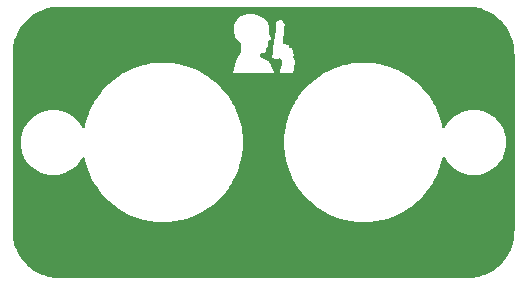
<source format=gbr>
%TF.GenerationSoftware,KiCad,Pcbnew,(6.0.6)*%
%TF.CreationDate,2022-08-24T09:27:37+01:00*%
%TF.ProjectId,frontcase,66726f6e-7463-4617-9365-2e6b69636164,rev?*%
%TF.SameCoordinates,Original*%
%TF.FileFunction,Copper,L1,Top*%
%TF.FilePolarity,Positive*%
%FSLAX46Y46*%
G04 Gerber Fmt 4.6, Leading zero omitted, Abs format (unit mm)*
G04 Created by KiCad (PCBNEW (6.0.6)) date 2022-08-24 09:27:37*
%MOMM*%
%LPD*%
G01*
G04 APERTURE LIST*
G04 APERTURE END LIST*
%TA.AperFunction,NonConductor*%
G36*
X162249962Y-85501066D02*
G01*
X162250000Y-85501082D01*
X162250034Y-85501068D01*
X162252903Y-85501134D01*
X162595532Y-85516975D01*
X162599579Y-85517174D01*
X162614092Y-85517887D01*
X162625314Y-85518943D01*
X162869912Y-85553063D01*
X162870991Y-85553219D01*
X162920889Y-85560620D01*
X162991252Y-85571058D01*
X163001582Y-85573035D01*
X163132766Y-85603889D01*
X163222031Y-85624884D01*
X163223798Y-85625313D01*
X163361543Y-85659816D01*
X163370970Y-85662572D01*
X163577622Y-85731836D01*
X163580027Y-85732669D01*
X163666825Y-85763725D01*
X163721632Y-85783335D01*
X163730050Y-85786694D01*
X163849388Y-85839387D01*
X163925337Y-85872922D01*
X163928315Y-85874283D01*
X164068246Y-85940465D01*
X164075684Y-85944291D01*
X164259894Y-86046896D01*
X164263306Y-86048867D01*
X164391889Y-86125937D01*
X164398231Y-86129738D01*
X164404659Y-86133861D01*
X164577392Y-86252185D01*
X164581162Y-86254873D01*
X164703145Y-86345342D01*
X164708621Y-86349403D01*
X164714052Y-86353666D01*
X164780136Y-86408542D01*
X164874464Y-86486871D01*
X164878585Y-86490447D01*
X164996613Y-86597421D01*
X165001092Y-86601686D01*
X165148314Y-86748908D01*
X165152579Y-86753387D01*
X165259553Y-86871415D01*
X165263129Y-86875536D01*
X165339900Y-86967987D01*
X165393423Y-87032442D01*
X165396329Y-87035942D01*
X165400591Y-87041371D01*
X165495127Y-87168838D01*
X165497815Y-87172608D01*
X165594360Y-87313547D01*
X165616138Y-87345339D01*
X165620261Y-87351768D01*
X165701133Y-87486694D01*
X165703104Y-87490106D01*
X165798449Y-87661281D01*
X165805708Y-87674314D01*
X165809535Y-87681754D01*
X165875717Y-87821685D01*
X165877078Y-87824663D01*
X165899053Y-87874431D01*
X165963306Y-88019950D01*
X165966665Y-88028368D01*
X165980051Y-88065779D01*
X166017331Y-88169973D01*
X166018164Y-88172378D01*
X166087428Y-88379030D01*
X166090184Y-88388457D01*
X166124687Y-88526202D01*
X166125116Y-88527969D01*
X166141870Y-88599202D01*
X166176965Y-88748418D01*
X166178942Y-88758748D01*
X166186639Y-88810633D01*
X166196781Y-88879009D01*
X166196937Y-88880088D01*
X166231057Y-89124686D01*
X166232113Y-89135908D01*
X166233006Y-89154075D01*
X166233023Y-89154415D01*
X166244021Y-89392312D01*
X166248866Y-89497097D01*
X166248932Y-89499966D01*
X166248918Y-89500000D01*
X166248934Y-89500038D01*
X166249000Y-89502916D01*
X166249000Y-104497084D01*
X166248934Y-104499962D01*
X166248918Y-104500000D01*
X166248932Y-104500034D01*
X166248866Y-104502903D01*
X166233024Y-104845558D01*
X166233006Y-104845925D01*
X166232113Y-104864092D01*
X166231057Y-104875314D01*
X166196937Y-105119912D01*
X166196781Y-105120991D01*
X166178942Y-105241252D01*
X166176965Y-105251582D01*
X166146111Y-105382766D01*
X166125116Y-105472031D01*
X166124687Y-105473798D01*
X166090184Y-105611543D01*
X166087428Y-105620970D01*
X166018164Y-105827622D01*
X166017331Y-105830027D01*
X165986275Y-105916825D01*
X165966665Y-105971632D01*
X165963306Y-105980050D01*
X165910613Y-106099388D01*
X165877078Y-106175337D01*
X165875717Y-106178315D01*
X165809535Y-106318246D01*
X165805709Y-106325684D01*
X165703104Y-106509894D01*
X165701133Y-106513306D01*
X165620262Y-106648231D01*
X165616139Y-106654659D01*
X165497815Y-106827392D01*
X165495127Y-106831162D01*
X165400597Y-106958621D01*
X165396329Y-106964058D01*
X165263129Y-107124464D01*
X165259553Y-107128585D01*
X165152579Y-107246613D01*
X165148314Y-107251092D01*
X165001092Y-107398314D01*
X164996613Y-107402579D01*
X164878585Y-107509553D01*
X164874464Y-107513129D01*
X164714058Y-107646329D01*
X164708629Y-107650591D01*
X164581162Y-107745127D01*
X164577392Y-107747815D01*
X164404661Y-107866138D01*
X164398232Y-107870261D01*
X164263306Y-107951133D01*
X164259894Y-107953104D01*
X164075686Y-108055708D01*
X164068246Y-108059535D01*
X163928315Y-108125717D01*
X163925337Y-108127078D01*
X163849388Y-108160613D01*
X163730050Y-108213306D01*
X163721632Y-108216665D01*
X163666825Y-108236275D01*
X163580027Y-108267331D01*
X163577622Y-108268164D01*
X163370970Y-108337428D01*
X163361543Y-108340184D01*
X163223798Y-108374687D01*
X163222031Y-108375116D01*
X163132766Y-108396111D01*
X163001582Y-108426965D01*
X162991252Y-108428942D01*
X162920889Y-108439380D01*
X162870991Y-108446781D01*
X162869912Y-108446937D01*
X162625314Y-108481057D01*
X162614092Y-108482113D01*
X162599579Y-108482826D01*
X162595532Y-108483025D01*
X162252903Y-108498866D01*
X162250034Y-108498932D01*
X162250000Y-108498918D01*
X162249962Y-108498934D01*
X162247084Y-108499000D01*
X127752916Y-108499000D01*
X127750038Y-108498934D01*
X127750000Y-108498918D01*
X127749966Y-108498932D01*
X127747097Y-108498866D01*
X127404468Y-108483025D01*
X127400421Y-108482826D01*
X127385908Y-108482113D01*
X127374686Y-108481057D01*
X127130088Y-108446937D01*
X127129009Y-108446781D01*
X127079111Y-108439380D01*
X127008748Y-108428942D01*
X126998418Y-108426965D01*
X126867234Y-108396111D01*
X126777969Y-108375116D01*
X126776202Y-108374687D01*
X126638457Y-108340184D01*
X126629030Y-108337428D01*
X126422378Y-108268164D01*
X126419973Y-108267331D01*
X126333175Y-108236275D01*
X126278368Y-108216665D01*
X126269950Y-108213306D01*
X126150612Y-108160613D01*
X126074663Y-108127078D01*
X126071685Y-108125717D01*
X125931754Y-108059535D01*
X125924314Y-108055708D01*
X125740106Y-107953104D01*
X125736694Y-107951133D01*
X125601768Y-107870261D01*
X125595339Y-107866138D01*
X125422608Y-107747815D01*
X125418838Y-107745127D01*
X125291371Y-107650591D01*
X125285942Y-107646329D01*
X125125536Y-107513129D01*
X125121415Y-107509553D01*
X125003387Y-107402579D01*
X124998908Y-107398314D01*
X124851686Y-107251092D01*
X124847421Y-107246613D01*
X124740447Y-107128585D01*
X124736871Y-107124464D01*
X124603671Y-106964058D01*
X124599403Y-106958621D01*
X124504873Y-106831162D01*
X124502185Y-106827392D01*
X124383861Y-106654659D01*
X124379738Y-106648231D01*
X124298867Y-106513306D01*
X124296896Y-106509894D01*
X124194291Y-106325684D01*
X124190465Y-106318246D01*
X124124283Y-106178315D01*
X124122922Y-106175337D01*
X124089387Y-106099388D01*
X124036694Y-105980050D01*
X124033335Y-105971632D01*
X124013725Y-105916825D01*
X123982669Y-105830027D01*
X123981836Y-105827622D01*
X123912572Y-105620970D01*
X123909816Y-105611543D01*
X123875313Y-105473798D01*
X123874884Y-105472031D01*
X123853889Y-105382766D01*
X123823035Y-105251582D01*
X123821058Y-105241252D01*
X123803219Y-105120991D01*
X123803063Y-105119912D01*
X123768943Y-104875314D01*
X123767887Y-104864092D01*
X123766994Y-104845925D01*
X123766976Y-104845558D01*
X123751134Y-104502903D01*
X123751068Y-104500034D01*
X123751082Y-104500000D01*
X123751066Y-104499962D01*
X123751000Y-104497084D01*
X123751000Y-96985572D01*
X124444511Y-96985572D01*
X124462735Y-97316712D01*
X124463396Y-97320439D01*
X124463396Y-97320443D01*
X124490539Y-97473599D01*
X124520608Y-97643265D01*
X124521713Y-97646890D01*
X124521714Y-97646895D01*
X124592877Y-97880385D01*
X124617294Y-97960500D01*
X124751391Y-98263821D01*
X124761626Y-98281024D01*
X124919017Y-98545576D01*
X124919021Y-98545582D01*
X124920957Y-98548836D01*
X125123536Y-98811415D01*
X125126194Y-98814115D01*
X125337840Y-99029112D01*
X125356193Y-99047756D01*
X125615558Y-99254434D01*
X125897874Y-99428455D01*
X125901321Y-99430044D01*
X126195607Y-99565713D01*
X126195617Y-99565717D01*
X126199051Y-99567300D01*
X126202651Y-99568459D01*
X126202658Y-99568462D01*
X126511119Y-99667795D01*
X126511122Y-99667796D01*
X126514728Y-99668957D01*
X126518444Y-99669676D01*
X126518452Y-99669678D01*
X126836613Y-99731234D01*
X126836622Y-99731235D01*
X126840332Y-99731953D01*
X126844108Y-99732220D01*
X126844113Y-99732221D01*
X126942748Y-99739205D01*
X127102279Y-99750500D01*
X127283386Y-99750500D01*
X127285252Y-99750388D01*
X127285269Y-99750387D01*
X127527262Y-99735798D01*
X127527266Y-99735798D01*
X127531040Y-99735570D01*
X127534762Y-99734890D01*
X127534764Y-99734890D01*
X127608632Y-99721399D01*
X127857285Y-99675987D01*
X128174009Y-99577641D01*
X128476625Y-99441958D01*
X128760748Y-99270902D01*
X128763732Y-99268575D01*
X128763739Y-99268570D01*
X129019268Y-99069287D01*
X129019270Y-99069285D01*
X129022263Y-99066951D01*
X129257382Y-98833060D01*
X129462699Y-98572617D01*
X129635240Y-98289393D01*
X129639045Y-98281024D01*
X129685446Y-98227289D01*
X129753533Y-98207170D01*
X129821688Y-98227056D01*
X129868272Y-98280632D01*
X129877412Y-98309020D01*
X129910008Y-98475934D01*
X129923030Y-98542614D01*
X129923655Y-98544890D01*
X130056576Y-99029112D01*
X130056580Y-99029126D01*
X130057206Y-99031405D01*
X130227654Y-99508759D01*
X130228619Y-99510931D01*
X130405123Y-99908299D01*
X130433413Y-99971990D01*
X130434537Y-99974082D01*
X130434541Y-99974090D01*
X130672205Y-100416404D01*
X130672213Y-100416418D01*
X130673326Y-100418489D01*
X130946041Y-100845743D01*
X131250024Y-101251347D01*
X131251572Y-101253119D01*
X131251579Y-101253127D01*
X131539807Y-101582947D01*
X131583562Y-101633016D01*
X131585238Y-101634666D01*
X131585240Y-101634668D01*
X131943087Y-101986938D01*
X131943096Y-101986946D01*
X131944779Y-101988603D01*
X132331641Y-102316106D01*
X132333546Y-102317488D01*
X132333553Y-102317493D01*
X132643826Y-102542506D01*
X132741969Y-102613680D01*
X132743972Y-102614915D01*
X132743980Y-102614920D01*
X133171435Y-102878406D01*
X133171445Y-102878412D01*
X133173454Y-102879650D01*
X133623666Y-103112520D01*
X133625845Y-103113447D01*
X133625851Y-103113450D01*
X134087909Y-103310058D01*
X134087917Y-103310061D01*
X134090072Y-103310978D01*
X134092305Y-103311736D01*
X134509463Y-103453342D01*
X134570045Y-103473907D01*
X134572330Y-103474496D01*
X134572334Y-103474497D01*
X134917571Y-103563460D01*
X135060882Y-103600389D01*
X135063214Y-103600807D01*
X135063221Y-103600808D01*
X135254605Y-103635071D01*
X135559822Y-103689713D01*
X135814199Y-103715776D01*
X136061874Y-103741153D01*
X136061887Y-103741154D01*
X136064055Y-103741376D01*
X136082038Y-103741957D01*
X136345527Y-103750468D01*
X136345555Y-103750468D01*
X136346532Y-103750500D01*
X136632036Y-103750500D01*
X136633222Y-103750455D01*
X136633247Y-103750455D01*
X137004147Y-103736530D01*
X137004149Y-103736530D01*
X137006516Y-103736441D01*
X137510180Y-103679501D01*
X138008157Y-103584957D01*
X138418966Y-103474497D01*
X138495364Y-103453955D01*
X138495369Y-103453953D01*
X138497643Y-103453342D01*
X138499854Y-103452566D01*
X138499859Y-103452564D01*
X138618824Y-103410786D01*
X138975883Y-103285396D01*
X138978026Y-103284457D01*
X138978040Y-103284452D01*
X139438023Y-103083012D01*
X139438027Y-103083010D01*
X139440185Y-103082065D01*
X139824019Y-102878406D01*
X139885852Y-102845598D01*
X139885858Y-102845594D01*
X139887934Y-102844493D01*
X140316610Y-102574019D01*
X140318491Y-102572624D01*
X140318505Y-102572615D01*
X140721898Y-102273574D01*
X140723800Y-102272164D01*
X140861049Y-102153484D01*
X141105417Y-101942180D01*
X141105428Y-101942170D01*
X141107211Y-101940628D01*
X141464684Y-101581278D01*
X141794207Y-101196137D01*
X142051128Y-100845743D01*
X142092517Y-100789295D01*
X142092520Y-100789290D01*
X142093926Y-100787373D01*
X142322738Y-100420485D01*
X142360897Y-100359299D01*
X142360902Y-100359291D01*
X142362152Y-100357286D01*
X142597376Y-99908299D01*
X142740793Y-99576087D01*
X142797340Y-99445101D01*
X142797343Y-99445093D01*
X142798273Y-99442939D01*
X142927297Y-99069287D01*
X142962942Y-98966060D01*
X142962945Y-98966050D01*
X142963713Y-98963826D01*
X142964313Y-98961548D01*
X143092165Y-98475934D01*
X143092168Y-98475922D01*
X143092764Y-98473657D01*
X143093193Y-98471334D01*
X143172229Y-98042802D01*
X143184699Y-97975192D01*
X143239001Y-97471237D01*
X143239078Y-97468856D01*
X143253079Y-97035371D01*
X146744636Y-97035371D01*
X146766303Y-97541780D01*
X146782060Y-97674910D01*
X146819466Y-97990945D01*
X146825880Y-98045139D01*
X146826332Y-98047452D01*
X146826332Y-98047454D01*
X146871869Y-98280632D01*
X146923030Y-98542614D01*
X146923655Y-98544890D01*
X147056576Y-99029112D01*
X147056580Y-99029126D01*
X147057206Y-99031405D01*
X147227654Y-99508759D01*
X147228619Y-99510931D01*
X147405123Y-99908299D01*
X147433413Y-99971990D01*
X147434537Y-99974082D01*
X147434541Y-99974090D01*
X147672205Y-100416404D01*
X147672213Y-100416418D01*
X147673326Y-100418489D01*
X147946041Y-100845743D01*
X148250024Y-101251347D01*
X148251572Y-101253119D01*
X148251579Y-101253127D01*
X148539807Y-101582947D01*
X148583562Y-101633016D01*
X148585238Y-101634666D01*
X148585240Y-101634668D01*
X148943087Y-101986938D01*
X148943096Y-101986946D01*
X148944779Y-101988603D01*
X149331641Y-102316106D01*
X149333546Y-102317488D01*
X149333553Y-102317493D01*
X149643826Y-102542506D01*
X149741969Y-102613680D01*
X149743972Y-102614915D01*
X149743980Y-102614920D01*
X150171435Y-102878406D01*
X150171445Y-102878412D01*
X150173454Y-102879650D01*
X150623666Y-103112520D01*
X150625845Y-103113447D01*
X150625851Y-103113450D01*
X151087909Y-103310058D01*
X151087917Y-103310061D01*
X151090072Y-103310978D01*
X151092305Y-103311736D01*
X151509463Y-103453342D01*
X151570045Y-103473907D01*
X151572330Y-103474496D01*
X151572334Y-103474497D01*
X151917571Y-103563460D01*
X152060882Y-103600389D01*
X152063214Y-103600807D01*
X152063221Y-103600808D01*
X152254605Y-103635071D01*
X152559822Y-103689713D01*
X152814199Y-103715776D01*
X153061874Y-103741153D01*
X153061887Y-103741154D01*
X153064055Y-103741376D01*
X153082038Y-103741957D01*
X153345527Y-103750468D01*
X153345555Y-103750468D01*
X153346532Y-103750500D01*
X153632036Y-103750500D01*
X153633222Y-103750455D01*
X153633247Y-103750455D01*
X154004147Y-103736530D01*
X154004149Y-103736530D01*
X154006516Y-103736441D01*
X154510180Y-103679501D01*
X155008157Y-103584957D01*
X155418966Y-103474497D01*
X155495364Y-103453955D01*
X155495369Y-103453953D01*
X155497643Y-103453342D01*
X155499854Y-103452566D01*
X155499859Y-103452564D01*
X155618824Y-103410786D01*
X155975883Y-103285396D01*
X155978026Y-103284457D01*
X155978040Y-103284452D01*
X156438023Y-103083012D01*
X156438027Y-103083010D01*
X156440185Y-103082065D01*
X156824019Y-102878406D01*
X156885852Y-102845598D01*
X156885858Y-102845594D01*
X156887934Y-102844493D01*
X157316610Y-102574019D01*
X157318491Y-102572624D01*
X157318505Y-102572615D01*
X157721898Y-102273574D01*
X157723800Y-102272164D01*
X157861049Y-102153484D01*
X158105417Y-101942180D01*
X158105428Y-101942170D01*
X158107211Y-101940628D01*
X158464684Y-101581278D01*
X158794207Y-101196137D01*
X159051128Y-100845743D01*
X159092517Y-100789295D01*
X159092520Y-100789290D01*
X159093926Y-100787373D01*
X159322738Y-100420485D01*
X159360897Y-100359299D01*
X159360902Y-100359291D01*
X159362152Y-100357286D01*
X159597376Y-99908299D01*
X159740793Y-99576087D01*
X159797340Y-99445101D01*
X159797343Y-99445093D01*
X159798273Y-99442939D01*
X159927297Y-99069287D01*
X159962942Y-98966060D01*
X159962945Y-98966050D01*
X159963713Y-98963826D01*
X159964313Y-98961548D01*
X160092165Y-98475934D01*
X160092168Y-98475922D01*
X160092764Y-98473657D01*
X160093192Y-98471338D01*
X160093193Y-98471334D01*
X160122709Y-98311296D01*
X160154734Y-98247933D01*
X160215933Y-98211943D01*
X160286874Y-98214752D01*
X160345034Y-98255470D01*
X160354904Y-98269726D01*
X160519017Y-98545576D01*
X160519021Y-98545582D01*
X160520957Y-98548836D01*
X160723536Y-98811415D01*
X160726194Y-98814115D01*
X160937840Y-99029112D01*
X160956193Y-99047756D01*
X161215558Y-99254434D01*
X161497874Y-99428455D01*
X161501321Y-99430044D01*
X161795607Y-99565713D01*
X161795617Y-99565717D01*
X161799051Y-99567300D01*
X161802651Y-99568459D01*
X161802658Y-99568462D01*
X162111119Y-99667795D01*
X162111122Y-99667796D01*
X162114728Y-99668957D01*
X162118444Y-99669676D01*
X162118452Y-99669678D01*
X162436613Y-99731234D01*
X162436622Y-99731235D01*
X162440332Y-99731953D01*
X162444108Y-99732220D01*
X162444113Y-99732221D01*
X162542748Y-99739205D01*
X162702279Y-99750500D01*
X162883386Y-99750500D01*
X162885252Y-99750388D01*
X162885269Y-99750387D01*
X163127262Y-99735798D01*
X163127266Y-99735798D01*
X163131040Y-99735570D01*
X163134762Y-99734890D01*
X163134764Y-99734890D01*
X163208632Y-99721399D01*
X163457285Y-99675987D01*
X163774009Y-99577641D01*
X164076625Y-99441958D01*
X164360748Y-99270902D01*
X164363732Y-99268575D01*
X164363739Y-99268570D01*
X164619268Y-99069287D01*
X164619270Y-99069285D01*
X164622263Y-99066951D01*
X164857382Y-98833060D01*
X165062699Y-98572617D01*
X165235240Y-98289393D01*
X165290021Y-98168909D01*
X165370937Y-97990945D01*
X165370940Y-97990937D01*
X165372506Y-97987493D01*
X165472509Y-97671288D01*
X165533799Y-97345359D01*
X165555489Y-97014428D01*
X165537265Y-96683288D01*
X165510302Y-96531144D01*
X165480053Y-96360465D01*
X165479392Y-96356735D01*
X165470852Y-96328712D01*
X165383815Y-96043139D01*
X165382706Y-96039500D01*
X165248609Y-95736179D01*
X165125152Y-95528666D01*
X165080983Y-95454424D01*
X165080979Y-95454418D01*
X165079043Y-95451164D01*
X164876464Y-95188585D01*
X164724230Y-95033940D01*
X164646470Y-94954949D01*
X164646469Y-94954948D01*
X164643807Y-94952244D01*
X164384442Y-94745566D01*
X164102126Y-94571545D01*
X163932778Y-94493474D01*
X163804393Y-94434287D01*
X163804383Y-94434283D01*
X163800949Y-94432700D01*
X163797349Y-94431541D01*
X163797342Y-94431538D01*
X163488881Y-94332205D01*
X163488878Y-94332204D01*
X163485272Y-94331043D01*
X163481556Y-94330324D01*
X163481548Y-94330322D01*
X163163387Y-94268766D01*
X163163378Y-94268765D01*
X163159668Y-94268047D01*
X163155892Y-94267780D01*
X163155887Y-94267779D01*
X163057252Y-94260795D01*
X162897721Y-94249500D01*
X162716614Y-94249500D01*
X162714748Y-94249612D01*
X162714731Y-94249613D01*
X162472738Y-94264202D01*
X162472734Y-94264202D01*
X162468960Y-94264430D01*
X162465238Y-94265110D01*
X162465236Y-94265110D01*
X162449155Y-94268047D01*
X162142715Y-94324013D01*
X161825991Y-94422359D01*
X161523375Y-94558042D01*
X161239252Y-94729098D01*
X161236268Y-94731425D01*
X161236261Y-94731430D01*
X161215103Y-94747931D01*
X160977737Y-94933049D01*
X160742618Y-95166940D01*
X160537301Y-95427383D01*
X160364760Y-95710607D01*
X160363194Y-95714050D01*
X160363193Y-95714053D01*
X160360955Y-95718976D01*
X160314554Y-95772711D01*
X160246467Y-95792830D01*
X160178312Y-95772944D01*
X160131728Y-95719368D01*
X160122588Y-95690980D01*
X160077422Y-95459700D01*
X160077421Y-95459697D01*
X160076970Y-95457386D01*
X160003183Y-95188585D01*
X159943424Y-94970888D01*
X159943420Y-94970874D01*
X159942794Y-94968595D01*
X159772346Y-94491241D01*
X159595838Y-94093863D01*
X159567556Y-94030191D01*
X159567553Y-94030186D01*
X159566587Y-94028010D01*
X159359560Y-93642714D01*
X159327795Y-93583596D01*
X159327787Y-93583582D01*
X159326674Y-93581511D01*
X159053959Y-93154257D01*
X158749976Y-92748653D01*
X158748428Y-92746881D01*
X158748421Y-92746873D01*
X158417984Y-92368753D01*
X158417983Y-92368752D01*
X158416438Y-92366984D01*
X158414760Y-92365332D01*
X158056913Y-92013062D01*
X158056904Y-92013054D01*
X158055221Y-92011397D01*
X157668359Y-91683894D01*
X157666454Y-91682512D01*
X157666447Y-91682507D01*
X157259942Y-91387706D01*
X157258031Y-91386320D01*
X157256028Y-91385085D01*
X157256020Y-91385080D01*
X156828565Y-91121594D01*
X156828555Y-91121588D01*
X156826546Y-91120350D01*
X156376334Y-90887480D01*
X156374155Y-90886553D01*
X156374149Y-90886550D01*
X155912091Y-90689942D01*
X155912083Y-90689939D01*
X155909928Y-90689022D01*
X155665645Y-90606099D01*
X155432194Y-90526853D01*
X155432193Y-90526853D01*
X155429955Y-90526093D01*
X155427670Y-90525504D01*
X155427666Y-90525503D01*
X154999005Y-90415043D01*
X154939118Y-90399611D01*
X154936786Y-90399193D01*
X154936779Y-90399192D01*
X154708410Y-90358308D01*
X154440178Y-90310287D01*
X154177818Y-90283406D01*
X153938126Y-90258847D01*
X153938113Y-90258846D01*
X153935945Y-90258624D01*
X153917962Y-90258043D01*
X153654473Y-90249532D01*
X153654445Y-90249532D01*
X153653468Y-90249500D01*
X153367964Y-90249500D01*
X153366778Y-90249545D01*
X153366753Y-90249545D01*
X152995853Y-90263470D01*
X152995851Y-90263470D01*
X152993484Y-90263559D01*
X152489820Y-90320499D01*
X151991843Y-90415043D01*
X151780064Y-90471987D01*
X151504636Y-90546045D01*
X151504631Y-90546047D01*
X151502357Y-90546658D01*
X151500146Y-90547434D01*
X151500141Y-90547436D01*
X151392446Y-90585256D01*
X151024117Y-90714604D01*
X151021974Y-90715543D01*
X151021960Y-90715548D01*
X150561977Y-90916988D01*
X150559815Y-90917935D01*
X150314423Y-91048138D01*
X150114148Y-91154402D01*
X150114142Y-91154406D01*
X150112066Y-91155507D01*
X149683390Y-91425981D01*
X149681509Y-91427376D01*
X149681495Y-91427385D01*
X149337347Y-91682507D01*
X149276200Y-91727836D01*
X149274401Y-91729392D01*
X148894583Y-92057820D01*
X148894572Y-92057830D01*
X148892789Y-92059372D01*
X148535316Y-92418722D01*
X148205793Y-92803863D01*
X148204405Y-92805756D01*
X148204401Y-92805761D01*
X147947401Y-93156264D01*
X147906074Y-93212627D01*
X147904812Y-93214651D01*
X147904809Y-93214655D01*
X147676018Y-93581511D01*
X147637848Y-93642714D01*
X147402624Y-94091701D01*
X147327763Y-94265110D01*
X147229178Y-94493474D01*
X147201727Y-94557061D01*
X147196726Y-94571545D01*
X147058831Y-94970888D01*
X147036287Y-95036174D01*
X147035689Y-95038446D01*
X147035687Y-95038452D01*
X146924782Y-95459700D01*
X146907236Y-95526343D01*
X146906810Y-95528655D01*
X146906808Y-95528662D01*
X146877291Y-95688704D01*
X146815301Y-96024808D01*
X146760999Y-96528763D01*
X146760922Y-96531141D01*
X146760922Y-96531144D01*
X146745435Y-97010647D01*
X146744636Y-97035371D01*
X143253079Y-97035371D01*
X143255288Y-96966989D01*
X143255288Y-96966983D01*
X143255364Y-96964629D01*
X143233697Y-96458220D01*
X143193620Y-96119615D01*
X143174397Y-95957198D01*
X143174395Y-95957188D01*
X143174120Y-95954861D01*
X143142478Y-95792830D01*
X143077422Y-95459700D01*
X143077421Y-95459697D01*
X143076970Y-95457386D01*
X143003183Y-95188585D01*
X142943424Y-94970888D01*
X142943420Y-94970874D01*
X142942794Y-94968595D01*
X142772346Y-94491241D01*
X142595838Y-94093863D01*
X142567556Y-94030191D01*
X142567553Y-94030186D01*
X142566587Y-94028010D01*
X142359560Y-93642714D01*
X142327795Y-93583596D01*
X142327787Y-93583582D01*
X142326674Y-93581511D01*
X142053959Y-93154257D01*
X141749976Y-92748653D01*
X141748428Y-92746881D01*
X141748421Y-92746873D01*
X141417984Y-92368753D01*
X141417983Y-92368752D01*
X141416438Y-92366984D01*
X141414760Y-92365332D01*
X141056913Y-92013062D01*
X141056904Y-92013054D01*
X141055221Y-92011397D01*
X140668359Y-91683894D01*
X140666454Y-91682512D01*
X140666447Y-91682507D01*
X140259942Y-91387706D01*
X140258031Y-91386320D01*
X140256028Y-91385085D01*
X140256020Y-91385080D01*
X139828565Y-91121594D01*
X139828555Y-91121588D01*
X139826546Y-91120350D01*
X139588929Y-90997444D01*
X142453091Y-90997444D01*
X142453148Y-91005364D01*
X142455263Y-91104848D01*
X144178557Y-91106771D01*
X145883735Y-91108671D01*
X145883736Y-91108671D01*
X145901852Y-91108691D01*
X145876254Y-91057869D01*
X145875630Y-91056611D01*
X145871343Y-91047838D01*
X145870137Y-91045295D01*
X145866477Y-91037337D01*
X145865293Y-91034681D01*
X145863987Y-91031659D01*
X145862089Y-91027265D01*
X145860890Y-91024391D01*
X145858326Y-91018021D01*
X145856983Y-91014537D01*
X145856149Y-91012271D01*
X145849991Y-90988773D01*
X145849835Y-90987803D01*
X145849609Y-90986120D01*
X145849144Y-90983656D01*
X145848865Y-90982444D01*
X145848859Y-90982418D01*
X145848738Y-90981897D01*
X145848509Y-90980903D01*
X145847716Y-90977890D01*
X145846773Y-90974644D01*
X145845691Y-90971193D01*
X145844478Y-90967565D01*
X145841701Y-90959890D01*
X145838519Y-90951844D01*
X145837292Y-90948980D01*
X145835276Y-90944274D01*
X145835268Y-90944256D01*
X145835008Y-90943649D01*
X145833154Y-90939566D01*
X145831527Y-90936124D01*
X145831362Y-90935774D01*
X145831220Y-90935474D01*
X145827877Y-90928352D01*
X145826897Y-90926209D01*
X145824005Y-90919730D01*
X145823148Y-90917763D01*
X145820322Y-90911119D01*
X145819496Y-90909130D01*
X145816945Y-90902836D01*
X145816086Y-90900659D01*
X145813948Y-90895089D01*
X145812982Y-90892487D01*
X145811478Y-90888295D01*
X145810270Y-90884765D01*
X145809673Y-90882932D01*
X145808023Y-90877443D01*
X145807708Y-90876302D01*
X145807030Y-90873742D01*
X145806787Y-90872783D01*
X145806128Y-90870465D01*
X145805394Y-90868110D01*
X145804592Y-90865737D01*
X145804356Y-90865086D01*
X145804342Y-90865046D01*
X145803993Y-90864086D01*
X145803731Y-90863362D01*
X145803471Y-90862691D01*
X145803454Y-90862646D01*
X145803186Y-90861955D01*
X145803175Y-90861927D01*
X145802816Y-90861002D01*
X145800861Y-90856394D01*
X145799836Y-90854181D01*
X145798788Y-90852050D01*
X145797726Y-90850020D01*
X145797268Y-90849200D01*
X145797149Y-90848985D01*
X145797135Y-90848961D01*
X145796658Y-90848106D01*
X145795590Y-90846326D01*
X145794531Y-90844697D01*
X145793739Y-90843587D01*
X145792966Y-90842451D01*
X145793066Y-90842383D01*
X145784647Y-90828564D01*
X145783234Y-90825814D01*
X145782886Y-90825136D01*
X145781574Y-90822507D01*
X145777788Y-90814691D01*
X145776883Y-90812782D01*
X145772322Y-90802949D01*
X145771648Y-90801470D01*
X145766618Y-90790218D01*
X145765996Y-90788803D01*
X145760750Y-90776666D01*
X145760139Y-90775229D01*
X145754592Y-90761946D01*
X145754574Y-90761903D01*
X145748872Y-90748234D01*
X145748818Y-90748106D01*
X145748748Y-90747939D01*
X145742923Y-90734419D01*
X145739523Y-90726773D01*
X145737457Y-90722125D01*
X145737422Y-90722048D01*
X145737274Y-90721715D01*
X145731954Y-90710157D01*
X145727116Y-90700072D01*
X145722916Y-90691788D01*
X145719506Y-90685635D01*
X145718146Y-90683459D01*
X145717497Y-90682566D01*
X145707715Y-90665180D01*
X145706719Y-90663016D01*
X145704877Y-90658813D01*
X145699690Y-90646364D01*
X145698100Y-90642357D01*
X145692236Y-90626805D01*
X145691060Y-90623550D01*
X145685022Y-90606099D01*
X145683986Y-90602973D01*
X145678370Y-90585256D01*
X145677305Y-90581717D01*
X145672502Y-90564864D01*
X145671617Y-90561593D01*
X145669953Y-90555086D01*
X145669277Y-90552309D01*
X145667862Y-90546194D01*
X145667858Y-90546179D01*
X145667534Y-90544778D01*
X145664686Y-90534632D01*
X145660029Y-90521736D01*
X145653754Y-90506449D01*
X145646052Y-90489126D01*
X145627126Y-90449803D01*
X145609454Y-90415662D01*
X145605124Y-90407298D01*
X145605120Y-90407291D01*
X145604775Y-90406624D01*
X145603819Y-90404881D01*
X145580918Y-90363165D01*
X145580524Y-90362447D01*
X145578599Y-90359139D01*
X145556393Y-90320983D01*
X145556368Y-90320941D01*
X145555895Y-90320128D01*
X145532414Y-90282523D01*
X145521580Y-90266381D01*
X145520995Y-90265566D01*
X145511874Y-90252864D01*
X145511833Y-90252807D01*
X145511604Y-90252489D01*
X145495098Y-90230170D01*
X145494193Y-90228930D01*
X145479101Y-90207994D01*
X145478162Y-90206673D01*
X145465899Y-90189147D01*
X145464733Y-90187450D01*
X145460974Y-90181881D01*
X145459523Y-90179682D01*
X145456828Y-90175501D01*
X145456280Y-90174642D01*
X145450598Y-90165619D01*
X145444854Y-90156825D01*
X145444541Y-90156366D01*
X145444515Y-90156327D01*
X145439702Y-90149269D01*
X145439691Y-90149253D01*
X145439281Y-90148652D01*
X145438863Y-90148069D01*
X145438843Y-90148040D01*
X145434328Y-90141740D01*
X145433844Y-90141064D01*
X145431273Y-90137672D01*
X145429094Y-90134797D01*
X145429091Y-90134793D01*
X145428508Y-90134024D01*
X145423235Y-90127494D01*
X145417990Y-90121438D01*
X145412737Y-90115819D01*
X145407439Y-90110599D01*
X145402062Y-90105743D01*
X145396569Y-90101212D01*
X145390924Y-90096970D01*
X145385091Y-90092980D01*
X145379034Y-90089205D01*
X145377958Y-90088592D01*
X145377934Y-90088578D01*
X145373710Y-90086173D01*
X145373692Y-90086163D01*
X145372717Y-90085608D01*
X145371735Y-90085095D01*
X145371721Y-90085087D01*
X145366223Y-90082213D01*
X145366171Y-90082186D01*
X145366104Y-90082151D01*
X145359434Y-90078699D01*
X145356878Y-90077339D01*
X145354328Y-90075944D01*
X145351248Y-90074258D01*
X145348961Y-90072976D01*
X145343383Y-90069770D01*
X145341098Y-90068424D01*
X145335938Y-90065312D01*
X145333486Y-90063795D01*
X145333115Y-90063560D01*
X145329266Y-90061116D01*
X145326348Y-90059205D01*
X145323626Y-90057368D01*
X145319758Y-90054651D01*
X145319224Y-90054261D01*
X145313666Y-90049947D01*
X145312764Y-90049167D01*
X145309809Y-90046848D01*
X145308471Y-90045797D01*
X145308462Y-90045790D01*
X145306577Y-90044311D01*
X145303076Y-90041975D01*
X145298858Y-90039160D01*
X145298845Y-90039152D01*
X145297459Y-90038227D01*
X145272005Y-90023165D01*
X145239549Y-90005550D01*
X145238933Y-90005235D01*
X145238913Y-90005224D01*
X145203816Y-89987252D01*
X145203236Y-89986955D01*
X145202687Y-89986688D01*
X145202649Y-89986669D01*
X145166839Y-89969252D01*
X145166806Y-89969236D01*
X145166213Y-89968948D01*
X145165620Y-89968676D01*
X145165594Y-89968664D01*
X145141595Y-89957668D01*
X145131626Y-89953100D01*
X145102622Y-89940982D01*
X145101291Y-89940496D01*
X145101280Y-89940492D01*
X145092938Y-89937448D01*
X145092929Y-89937445D01*
X145091197Y-89936813D01*
X145082348Y-89934165D01*
X145081676Y-89933980D01*
X145081621Y-89933964D01*
X145076509Y-89932556D01*
X145071662Y-89931116D01*
X145066010Y-89929309D01*
X145062664Y-89928186D01*
X145054965Y-89925481D01*
X145052273Y-89924501D01*
X145043315Y-89921123D01*
X145040983Y-89920217D01*
X145031501Y-89916422D01*
X145029286Y-89915510D01*
X145027280Y-89914661D01*
X145019810Y-89911501D01*
X145017512Y-89910501D01*
X145008500Y-89906466D01*
X145005943Y-89905284D01*
X144996534Y-89900798D01*
X144985759Y-89895688D01*
X144974110Y-89890544D01*
X144966182Y-89887257D01*
X144962552Y-89885752D01*
X144962531Y-89885743D01*
X144961958Y-89885506D01*
X144961382Y-89885281D01*
X144961334Y-89885262D01*
X144950318Y-89880965D01*
X144950288Y-89880953D01*
X144949671Y-89880713D01*
X144937618Y-89876306D01*
X144932037Y-89874413D01*
X144927059Y-89872724D01*
X144927045Y-89872719D01*
X144926168Y-89872422D01*
X144919762Y-89870454D01*
X144916908Y-89869577D01*
X144916899Y-89869575D01*
X144915690Y-89869203D01*
X144906553Y-89866787D01*
X144906217Y-89866703D01*
X144906137Y-89866682D01*
X144903950Y-89866133D01*
X144900736Y-89865281D01*
X144899465Y-89864926D01*
X144896535Y-89864070D01*
X144894948Y-89863585D01*
X144892323Y-89862751D01*
X144891140Y-89862361D01*
X144887368Y-89861051D01*
X144886818Y-89860850D01*
X144882883Y-89859413D01*
X144878080Y-89857545D01*
X144876372Y-89856841D01*
X144874424Y-89856037D01*
X144869532Y-89853895D01*
X144867297Y-89852860D01*
X144842812Y-89837744D01*
X144842741Y-89837837D01*
X144841823Y-89837134D01*
X144841822Y-89837133D01*
X144840929Y-89836423D01*
X144840038Y-89835766D01*
X144840010Y-89835744D01*
X144836246Y-89832967D01*
X144836242Y-89832964D01*
X144835525Y-89832435D01*
X144829576Y-89828294D01*
X144829035Y-89827936D01*
X144829001Y-89827913D01*
X144824486Y-89824927D01*
X144823274Y-89824125D01*
X144816813Y-89820053D01*
X144816218Y-89819696D01*
X144811066Y-89816609D01*
X144811051Y-89816600D01*
X144810388Y-89816203D01*
X144807318Y-89814468D01*
X144805019Y-89813167D01*
X144804987Y-89813149D01*
X144804190Y-89812699D01*
X144798414Y-89809667D01*
X144798395Y-89809657D01*
X144793027Y-89806838D01*
X144788695Y-89804454D01*
X144785759Y-89802762D01*
X144781455Y-89800166D01*
X144779586Y-89798987D01*
X144778799Y-89798491D01*
X144774447Y-89795617D01*
X144772096Y-89793994D01*
X144767799Y-89790892D01*
X144765678Y-89789292D01*
X144761450Y-89785959D01*
X144759601Y-89784436D01*
X144755388Y-89780807D01*
X144753738Y-89779321D01*
X144749666Y-89775486D01*
X144748254Y-89774096D01*
X144744264Y-89769986D01*
X144743562Y-89769229D01*
X144743000Y-89768622D01*
X144739151Y-89764275D01*
X144738061Y-89762985D01*
X144734374Y-89758408D01*
X144733405Y-89757147D01*
X144729961Y-89752435D01*
X144729139Y-89751254D01*
X144725809Y-89746216D01*
X144725072Y-89745039D01*
X144722012Y-89739887D01*
X144721365Y-89738736D01*
X144718524Y-89733385D01*
X144718423Y-89733183D01*
X145723337Y-89733183D01*
X145723399Y-89735723D01*
X145723673Y-89746948D01*
X145723752Y-89750200D01*
X145724097Y-89753117D01*
X145724098Y-89753128D01*
X145724576Y-89757163D01*
X145725621Y-89765993D01*
X145726355Y-89769225D01*
X145726356Y-89769229D01*
X145727755Y-89775384D01*
X145728945Y-89780623D01*
X145730166Y-89784075D01*
X145732423Y-89790458D01*
X145732426Y-89790465D01*
X145733729Y-89794149D01*
X145735483Y-89797652D01*
X145738042Y-89802762D01*
X145739978Y-89806629D01*
X145742208Y-89809950D01*
X145742209Y-89809952D01*
X145745510Y-89814869D01*
X145745514Y-89814875D01*
X145747696Y-89818124D01*
X145756886Y-89828693D01*
X145767554Y-89838394D01*
X145770252Y-89840369D01*
X145776814Y-89845174D01*
X145776819Y-89845177D01*
X145779702Y-89847288D01*
X145782810Y-89849059D01*
X145790658Y-89853532D01*
X145790671Y-89853538D01*
X145792872Y-89854793D01*
X145795187Y-89855874D01*
X145806274Y-89861051D01*
X145810576Y-89863060D01*
X145832231Y-89871925D01*
X145857252Y-89881225D01*
X145858250Y-89881557D01*
X145858269Y-89881564D01*
X145914081Y-89900148D01*
X145914098Y-89900153D01*
X145915064Y-89900475D01*
X145916050Y-89900767D01*
X145916060Y-89900770D01*
X145978474Y-89919245D01*
X145978500Y-89919252D01*
X145979347Y-89919503D01*
X146045434Y-89937002D01*
X146060388Y-89940470D01*
X146107736Y-89951451D01*
X146107755Y-89951455D01*
X146108660Y-89951665D01*
X146109580Y-89951850D01*
X146109583Y-89951851D01*
X146136926Y-89957360D01*
X146136955Y-89957365D01*
X146137742Y-89957524D01*
X146164359Y-89962184D01*
X146173137Y-89963412D01*
X146186339Y-89965260D01*
X146186353Y-89965262D01*
X146187928Y-89965482D01*
X146196067Y-89966205D01*
X146206759Y-89967155D01*
X146206773Y-89967156D01*
X146207865Y-89967253D01*
X146249526Y-89969470D01*
X146253778Y-89957707D01*
X146253779Y-89957706D01*
X146255788Y-89952148D01*
X146297758Y-89894885D01*
X146364025Y-89869403D01*
X146433548Y-89883793D01*
X146481084Y-89928131D01*
X146481101Y-89928158D01*
X146489739Y-89941927D01*
X146491161Y-89944194D01*
X146491831Y-89945274D01*
X146495749Y-89951665D01*
X146503743Y-89964707D01*
X146504232Y-89965513D01*
X146516589Y-89986015D01*
X146517126Y-89986914D01*
X146528532Y-90006200D01*
X146528619Y-90006345D01*
X146528726Y-90006526D01*
X146534541Y-90016155D01*
X146541073Y-90026406D01*
X146541414Y-90026918D01*
X146541434Y-90026949D01*
X146544480Y-90031524D01*
X146548100Y-90036962D01*
X146555399Y-90047508D01*
X146555693Y-90047917D01*
X146555710Y-90047941D01*
X146561548Y-90056061D01*
X146562749Y-90057731D01*
X146563075Y-90058166D01*
X146563110Y-90058214D01*
X146569498Y-90066742D01*
X146569520Y-90066771D01*
X146569927Y-90067314D01*
X146576711Y-90075944D01*
X146577178Y-90076502D01*
X146602823Y-90130820D01*
X146603061Y-90131992D01*
X146604475Y-90140412D01*
X146605299Y-90146591D01*
X146606064Y-90153982D01*
X146606653Y-90161971D01*
X146606965Y-90168582D01*
X146607163Y-90178006D01*
X146607145Y-90184011D01*
X146606859Y-90194602D01*
X146606583Y-90200197D01*
X146605755Y-90211697D01*
X146605265Y-90216952D01*
X146603889Y-90228930D01*
X146603874Y-90229064D01*
X146603173Y-90234219D01*
X146601215Y-90246694D01*
X146600318Y-90251735D01*
X146598948Y-90258624D01*
X146597783Y-90264475D01*
X146596682Y-90269470D01*
X146593586Y-90282261D01*
X146592247Y-90287327D01*
X146588652Y-90299862D01*
X146587035Y-90305072D01*
X146585292Y-90310287D01*
X146582049Y-90319990D01*
X146571517Y-90351872D01*
X146571347Y-90352418D01*
X146556444Y-90400204D01*
X146554985Y-90404881D01*
X146554900Y-90405160D01*
X146554866Y-90405272D01*
X146548599Y-90425917D01*
X146534719Y-90471643D01*
X146512984Y-90544780D01*
X146487755Y-90629117D01*
X146487660Y-90629431D01*
X146457857Y-90726773D01*
X146457686Y-90727323D01*
X146427883Y-90822898D01*
X146427091Y-90825437D01*
X146426922Y-90825973D01*
X146399001Y-90913633D01*
X146355841Y-91047925D01*
X146355676Y-91048437D01*
X146355614Y-91048635D01*
X146355588Y-91048717D01*
X146343694Y-91086737D01*
X146337656Y-91106038D01*
X146349391Y-91106565D01*
X146357787Y-91106688D01*
X146382736Y-91107052D01*
X146382785Y-91107053D01*
X146383024Y-91107056D01*
X146383294Y-91107058D01*
X146383407Y-91107059D01*
X146506551Y-91107890D01*
X146912620Y-91108660D01*
X147487585Y-91108660D01*
X147491904Y-91083894D01*
X147544216Y-90789936D01*
X147544313Y-90789395D01*
X147606348Y-90449529D01*
X147606385Y-90449323D01*
X147614063Y-90406624D01*
X147623698Y-90353047D01*
X147637586Y-90270028D01*
X147643543Y-90230170D01*
X147647959Y-90200625D01*
X147647964Y-90200588D01*
X147648080Y-90199812D01*
X147655252Y-90141740D01*
X147655964Y-90133280D01*
X147659002Y-90097149D01*
X147659170Y-90095153D01*
X147659692Y-90069770D01*
X147659855Y-90061847D01*
X147659855Y-90061835D01*
X147659905Y-90059391D01*
X147659406Y-90050679D01*
X147659242Y-90047815D01*
X147659241Y-90047803D01*
X147659101Y-90045363D01*
X147657527Y-90033794D01*
X147655191Y-90024602D01*
X147652104Y-90017704D01*
X147651005Y-90016074D01*
X147649302Y-90013834D01*
X147644229Y-90007683D01*
X147642375Y-90005550D01*
X147640475Y-90003366D01*
X147637173Y-89999568D01*
X147628421Y-89989804D01*
X147628225Y-89989590D01*
X147618495Y-89978967D01*
X147618414Y-89978880D01*
X147618258Y-89978709D01*
X147618106Y-89978545D01*
X147618035Y-89978469D01*
X147607080Y-89966712D01*
X147606973Y-89966597D01*
X147606922Y-89966543D01*
X147606848Y-89966464D01*
X147595127Y-89954078D01*
X147595057Y-89954005D01*
X147594851Y-89953787D01*
X147582426Y-89940849D01*
X147582063Y-89940470D01*
X147576061Y-89934165D01*
X147570222Y-89928031D01*
X147568530Y-89926217D01*
X147558996Y-89915792D01*
X147556850Y-89913385D01*
X147549030Y-89904382D01*
X147546378Y-89901226D01*
X147540279Y-89893722D01*
X147537127Y-89889678D01*
X147532866Y-89883972D01*
X147508127Y-89817428D01*
X147512266Y-89775384D01*
X147512618Y-89774096D01*
X147513020Y-89772624D01*
X147515101Y-89764553D01*
X147519282Y-89747256D01*
X147519356Y-89746948D01*
X147519360Y-89746931D01*
X147519475Y-89746455D01*
X147523693Y-89727642D01*
X147525578Y-89718679D01*
X147525900Y-89717061D01*
X147527225Y-89710389D01*
X147527254Y-89710238D01*
X147528091Y-89705928D01*
X147534542Y-89672678D01*
X147537086Y-89659794D01*
X147541748Y-89636183D01*
X147541753Y-89636158D01*
X147541880Y-89635513D01*
X147543250Y-89627684D01*
X147544413Y-89621040D01*
X147544416Y-89621020D01*
X147544672Y-89619557D01*
X147546670Y-89603678D01*
X147546930Y-89600322D01*
X147547769Y-89589456D01*
X147547769Y-89589450D01*
X147547886Y-89587940D01*
X147548333Y-89572408D01*
X147548026Y-89557146D01*
X147546978Y-89542219D01*
X147545201Y-89527692D01*
X147542709Y-89513628D01*
X147541798Y-89509767D01*
X147539946Y-89501915D01*
X147539945Y-89501909D01*
X147539516Y-89500093D01*
X147535634Y-89487151D01*
X147531078Y-89474867D01*
X147525859Y-89463304D01*
X147519992Y-89452529D01*
X147515854Y-89446212D01*
X147515029Y-89444953D01*
X147515027Y-89444951D01*
X147513490Y-89442604D01*
X147510051Y-89438256D01*
X147508268Y-89436000D01*
X147508260Y-89435990D01*
X147506366Y-89433596D01*
X147505824Y-89433033D01*
X147476250Y-89368923D01*
X147475009Y-89345231D01*
X147476401Y-89312087D01*
X147476401Y-89312071D01*
X147476482Y-89310146D01*
X147475792Y-89275813D01*
X147472950Y-89243112D01*
X147468004Y-89212120D01*
X147461000Y-89182910D01*
X147459893Y-89179549D01*
X147452865Y-89158230D01*
X147451985Y-89155560D01*
X147449235Y-89149193D01*
X147441901Y-89132217D01*
X147441901Y-89132216D01*
X147441005Y-89130143D01*
X147434793Y-89118184D01*
X147428107Y-89106737D01*
X147422235Y-89097767D01*
X147421864Y-89097200D01*
X147421852Y-89097183D01*
X147420954Y-89095811D01*
X147419210Y-89093431D01*
X147414340Y-89086782D01*
X147414330Y-89086769D01*
X147413338Y-89085415D01*
X147410858Y-89082386D01*
X147406376Y-89076914D01*
X147406374Y-89076912D01*
X147405267Y-89075560D01*
X147396745Y-89066254D01*
X147387779Y-89057508D01*
X147378374Y-89049329D01*
X147368536Y-89041729D01*
X147358271Y-89034716D01*
X147347585Y-89028299D01*
X147336484Y-89022489D01*
X147329872Y-89019505D01*
X147326620Y-89018037D01*
X147326611Y-89018033D01*
X147324973Y-89017294D01*
X147323290Y-89016649D01*
X147323277Y-89016643D01*
X147319379Y-89015148D01*
X147313059Y-89012724D01*
X147300746Y-89008789D01*
X147288042Y-89005497D01*
X147274952Y-89002859D01*
X147261481Y-89000884D01*
X147261215Y-89000847D01*
X147261199Y-89000845D01*
X147259796Y-89000651D01*
X147195058Y-88971506D01*
X147156353Y-88911988D01*
X147152190Y-88888810D01*
X147151732Y-88888858D01*
X147151549Y-88887106D01*
X147151418Y-88885380D01*
X147150350Y-88877303D01*
X147149713Y-88872481D01*
X147149711Y-88872469D01*
X147149465Y-88870608D01*
X147147987Y-88862957D01*
X147147137Y-88858560D01*
X147147136Y-88858554D01*
X147146753Y-88856574D01*
X147143293Y-88843300D01*
X147139097Y-88830806D01*
X147138197Y-88828666D01*
X147138191Y-88828651D01*
X147135146Y-88821414D01*
X147135143Y-88821407D01*
X147134178Y-88819114D01*
X147128549Y-88808245D01*
X147122220Y-88798221D01*
X147115205Y-88789063D01*
X147107515Y-88780792D01*
X147099163Y-88773430D01*
X147090161Y-88766998D01*
X147080521Y-88761516D01*
X147070255Y-88757008D01*
X147067220Y-88756027D01*
X147067211Y-88756024D01*
X147059874Y-88753654D01*
X147059376Y-88753493D01*
X147054477Y-88751996D01*
X147049290Y-88750288D01*
X147044216Y-88748494D01*
X147040989Y-88747304D01*
X147033127Y-88744278D01*
X147030757Y-88743338D01*
X147021212Y-88739437D01*
X147019211Y-88738599D01*
X147008736Y-88734106D01*
X147006957Y-88733327D01*
X146996034Y-88728434D01*
X146994288Y-88727635D01*
X146983592Y-88722635D01*
X146981598Y-88721682D01*
X146976829Y-88719350D01*
X146970398Y-88716205D01*
X146935202Y-88699346D01*
X146899077Y-88683521D01*
X146898129Y-88683142D01*
X146898118Y-88683137D01*
X146885556Y-88678110D01*
X146862710Y-88668967D01*
X146861792Y-88668633D01*
X146861759Y-88668621D01*
X146827801Y-88656289D01*
X146827793Y-88656286D01*
X146826790Y-88655922D01*
X146825776Y-88655592D01*
X146825754Y-88655585D01*
X146793173Y-88645000D01*
X146793166Y-88644998D01*
X146792006Y-88644621D01*
X146759045Y-88635303D01*
X146743464Y-88631461D01*
X146739660Y-88630628D01*
X146738549Y-88630384D01*
X146676289Y-88596262D01*
X146642361Y-88533897D01*
X146640559Y-88491178D01*
X146644586Y-88459971D01*
X146645586Y-88452224D01*
X146646252Y-88446566D01*
X146664783Y-88289013D01*
X146677626Y-88179819D01*
X146678273Y-88173667D01*
X146703279Y-87935689D01*
X146711804Y-87854559D01*
X146721124Y-87756924D01*
X146743463Y-87522923D01*
X146743469Y-87522856D01*
X146743497Y-87522562D01*
X146759150Y-87336263D01*
X146768048Y-87230365D01*
X146768051Y-87230321D01*
X146768083Y-87229945D01*
X146774067Y-87146645D01*
X146774092Y-87146211D01*
X146777764Y-87081958D01*
X146777765Y-87081932D01*
X146777818Y-87081006D01*
X146779135Y-87030662D01*
X146779043Y-87024791D01*
X146778840Y-87011802D01*
X146778839Y-87011783D01*
X146778819Y-87010487D01*
X146777818Y-86993250D01*
X146776109Y-86978655D01*
X146773665Y-86966406D01*
X146772552Y-86962862D01*
X146771758Y-86960330D01*
X146771755Y-86960323D01*
X146770463Y-86956207D01*
X146766475Y-86947764D01*
X146761678Y-86940781D01*
X146756047Y-86934962D01*
X146749555Y-86930012D01*
X146749711Y-86929807D01*
X146748735Y-86928939D01*
X146749529Y-86928046D01*
X146711984Y-86885273D01*
X146711264Y-86883831D01*
X146711118Y-86883540D01*
X146709776Y-86880894D01*
X146709769Y-86880882D01*
X146709307Y-86879970D01*
X146707321Y-86876366D01*
X146705180Y-86872754D01*
X146704704Y-86872002D01*
X146704689Y-86871977D01*
X146703353Y-86869866D01*
X146702904Y-86869156D01*
X146700512Y-86865599D01*
X146698025Y-86862105D01*
X146695461Y-86858700D01*
X146694198Y-86857112D01*
X146693401Y-86856109D01*
X146693382Y-86856086D01*
X146692843Y-86855408D01*
X146692147Y-86854580D01*
X146690785Y-86852962D01*
X146690188Y-86852252D01*
X146687517Y-86849258D01*
X146686688Y-86848385D01*
X146685594Y-86847232D01*
X146685578Y-86847216D01*
X146684851Y-86846450D01*
X146682208Y-86843852D01*
X146682467Y-86843589D01*
X146647541Y-86783857D01*
X146646840Y-86781055D01*
X146646339Y-86779052D01*
X146644275Y-86772628D01*
X146641778Y-86766265D01*
X146638856Y-86759971D01*
X146635518Y-86753754D01*
X146634432Y-86751974D01*
X146632638Y-86749037D01*
X146631774Y-86747621D01*
X146627633Y-86741579D01*
X146626527Y-86740127D01*
X146624020Y-86736839D01*
X146624020Y-86736838D01*
X146623103Y-86735636D01*
X146618194Y-86729799D01*
X146612914Y-86724075D01*
X146607274Y-86718472D01*
X146601281Y-86712997D01*
X146594946Y-86707657D01*
X146588276Y-86702461D01*
X146584242Y-86699550D01*
X146582214Y-86698086D01*
X146582194Y-86698072D01*
X146581282Y-86697414D01*
X146573972Y-86692525D01*
X146566355Y-86687800D01*
X146558441Y-86683248D01*
X146550238Y-86678875D01*
X146541756Y-86674689D01*
X146540900Y-86674299D01*
X146540884Y-86674291D01*
X146533855Y-86671085D01*
X146533823Y-86671071D01*
X146533003Y-86670697D01*
X146532177Y-86670350D01*
X146532148Y-86670337D01*
X146528546Y-86668823D01*
X146523989Y-86666907D01*
X146514723Y-86663326D01*
X146513910Y-86663038D01*
X146513893Y-86663032D01*
X146506037Y-86660252D01*
X146506022Y-86660247D01*
X146505214Y-86659961D01*
X146495470Y-86656819D01*
X146489650Y-86655120D01*
X146486308Y-86654144D01*
X146486288Y-86654139D01*
X146485502Y-86653909D01*
X146475318Y-86651237D01*
X146474519Y-86651050D01*
X146474509Y-86651048D01*
X146470572Y-86650129D01*
X146464926Y-86648811D01*
X146454337Y-86646637D01*
X146453659Y-86646515D01*
X146453625Y-86646508D01*
X146442963Y-86644583D01*
X146434031Y-86642970D01*
X146433299Y-86642857D01*
X146433270Y-86642852D01*
X146416420Y-86640248D01*
X146416401Y-86640245D01*
X146415415Y-86640093D01*
X146414404Y-86639971D01*
X146414397Y-86639970D01*
X146399719Y-86638198D01*
X146399700Y-86638196D01*
X146398390Y-86638038D01*
X146397071Y-86637936D01*
X146397064Y-86637935D01*
X146394240Y-86637716D01*
X146382854Y-86636833D01*
X146368709Y-86636509D01*
X146355855Y-86637095D01*
X146349430Y-86637935D01*
X146346530Y-86638314D01*
X146346528Y-86638314D01*
X146344190Y-86638620D01*
X146338773Y-86639745D01*
X146337095Y-86640191D01*
X146337087Y-86640193D01*
X146335405Y-86640640D01*
X146335393Y-86640644D01*
X146333616Y-86641116D01*
X146331302Y-86641880D01*
X146330590Y-86642114D01*
X146330579Y-86642118D01*
X146328706Y-86642736D01*
X146326884Y-86643466D01*
X146326874Y-86643470D01*
X146326439Y-86643645D01*
X146324031Y-86644610D01*
X146319579Y-86646741D01*
X146317723Y-86647788D01*
X146317187Y-86648090D01*
X146317179Y-86648095D01*
X146315337Y-86649134D01*
X146313573Y-86650293D01*
X146313062Y-86650628D01*
X146313055Y-86650633D01*
X146311292Y-86651791D01*
X146307432Y-86654716D01*
X146303745Y-86657914D01*
X146300218Y-86661387D01*
X146293593Y-86669176D01*
X146288173Y-86677072D01*
X146233129Y-86721914D01*
X146207982Y-86729427D01*
X146207597Y-86729482D01*
X146205086Y-86730053D01*
X146205083Y-86730054D01*
X146203324Y-86730454D01*
X146203314Y-86730457D01*
X146200817Y-86731025D01*
X146197819Y-86731972D01*
X146196689Y-86732329D01*
X146196680Y-86732332D01*
X146194225Y-86733108D01*
X146191837Y-86734085D01*
X146191827Y-86734088D01*
X146190852Y-86734487D01*
X146187839Y-86735719D01*
X146185562Y-86736874D01*
X146183936Y-86737698D01*
X146183929Y-86737702D01*
X146181679Y-86738843D01*
X146179519Y-86740167D01*
X146177901Y-86741158D01*
X146177888Y-86741167D01*
X146175765Y-86742468D01*
X146173737Y-86743945D01*
X146172105Y-86745133D01*
X146172097Y-86745139D01*
X146170116Y-86746582D01*
X146164750Y-86751171D01*
X146159687Y-86756222D01*
X146154947Y-86761724D01*
X146150549Y-86767661D01*
X146149851Y-86767144D01*
X146097419Y-86809853D01*
X146086514Y-86813857D01*
X146085405Y-86814207D01*
X146082630Y-86815083D01*
X146079971Y-86816160D01*
X146079477Y-86816360D01*
X146079466Y-86816365D01*
X146077220Y-86817275D01*
X146074503Y-86818626D01*
X146074120Y-86818817D01*
X146074114Y-86818820D01*
X146071992Y-86819876D01*
X146069955Y-86821089D01*
X146069950Y-86821092D01*
X146069023Y-86821644D01*
X146069016Y-86821649D01*
X146066982Y-86822860D01*
X146065034Y-86824227D01*
X146065033Y-86824228D01*
X146064179Y-86824827D01*
X146064170Y-86824834D01*
X146062228Y-86826197D01*
X146060404Y-86827695D01*
X146060391Y-86827705D01*
X146059877Y-86828128D01*
X146057767Y-86829861D01*
X146056022Y-86831534D01*
X146056015Y-86831540D01*
X146055740Y-86831804D01*
X146053635Y-86833822D01*
X146051977Y-86835685D01*
X146051654Y-86836048D01*
X146049869Y-86838053D01*
X146046507Y-86842525D01*
X146044988Y-86844843D01*
X146043585Y-86847211D01*
X146042300Y-86849626D01*
X146041140Y-86852083D01*
X146040108Y-86854580D01*
X146039209Y-86857112D01*
X146038448Y-86859677D01*
X146037830Y-86862270D01*
X146032966Y-86885707D01*
X146032905Y-86886017D01*
X146032896Y-86886062D01*
X146032696Y-86887082D01*
X146031086Y-86895281D01*
X146029593Y-86903643D01*
X146028501Y-86910959D01*
X146027822Y-86917390D01*
X146027572Y-86923102D01*
X146027764Y-86928256D01*
X146028412Y-86933018D01*
X146029529Y-86937551D01*
X146031130Y-86942018D01*
X146033229Y-86946583D01*
X146035838Y-86951410D01*
X146038974Y-86956663D01*
X146039446Y-86957405D01*
X146039451Y-86957414D01*
X146046443Y-86968419D01*
X146047300Y-86969787D01*
X146055032Y-86982308D01*
X146057632Y-86986718D01*
X146063237Y-86996683D01*
X146066172Y-87002222D01*
X146070426Y-87010756D01*
X146073503Y-87017405D01*
X146076670Y-87024809D01*
X146079639Y-87032426D01*
X146080879Y-87035942D01*
X146081975Y-87039048D01*
X146084597Y-87047394D01*
X146086355Y-87053755D01*
X146088428Y-87062446D01*
X146089777Y-87069145D01*
X146091199Y-87077729D01*
X146092195Y-87085368D01*
X146092985Y-87093451D01*
X146093580Y-87102567D01*
X146093843Y-87109857D01*
X146093921Y-87120864D01*
X146093805Y-87127204D01*
X146093234Y-87140372D01*
X146092887Y-87145728D01*
X146091547Y-87161271D01*
X146091096Y-87165619D01*
X146090013Y-87174519D01*
X146088899Y-87183672D01*
X146088418Y-87187205D01*
X146085313Y-87207829D01*
X146084871Y-87210557D01*
X146080832Y-87233854D01*
X146080461Y-87235888D01*
X146075340Y-87262682D01*
X146071305Y-87284344D01*
X146066915Y-87310265D01*
X146057632Y-87370982D01*
X146057573Y-87371416D01*
X146057570Y-87371435D01*
X146055223Y-87388631D01*
X146048618Y-87437025D01*
X146048574Y-87437396D01*
X146048568Y-87437439D01*
X146041000Y-87500589D01*
X146034011Y-87562113D01*
X146033910Y-87562975D01*
X146026587Y-87623705D01*
X146026471Y-87624633D01*
X146019704Y-87677452D01*
X146019499Y-87678978D01*
X146014055Y-87717707D01*
X146014048Y-87717759D01*
X146014016Y-87717995D01*
X146013997Y-87718128D01*
X146012140Y-87731671D01*
X146011642Y-87735305D01*
X146009051Y-87757480D01*
X146003642Y-87812119D01*
X146003603Y-87812588D01*
X146003600Y-87812622D01*
X145998850Y-87869915D01*
X145998472Y-87874470D01*
X145998443Y-87874890D01*
X145998439Y-87874948D01*
X145994202Y-87937178D01*
X145994170Y-87937679D01*
X145991419Y-87982311D01*
X145991346Y-87983425D01*
X145988932Y-88017642D01*
X145988732Y-88020124D01*
X145986528Y-88044494D01*
X145986010Y-88049220D01*
X145983880Y-88065779D01*
X145983031Y-88071384D01*
X145982347Y-88075300D01*
X145981429Y-88080020D01*
X145980767Y-88083105D01*
X145979477Y-88088527D01*
X145978991Y-88090385D01*
X145976854Y-88097653D01*
X145976837Y-88097705D01*
X145974480Y-88104291D01*
X145972296Y-88109897D01*
X145969068Y-88117445D01*
X145964221Y-88127829D01*
X145958264Y-88140946D01*
X145957718Y-88142315D01*
X145953888Y-88151917D01*
X145952262Y-88155992D01*
X145946251Y-88172805D01*
X145945971Y-88173666D01*
X145945971Y-88173667D01*
X145941530Y-88187341D01*
X145940268Y-88191225D01*
X145934350Y-88211091D01*
X145932262Y-88218685D01*
X145929556Y-88228524D01*
X145928533Y-88232243D01*
X145917349Y-88277764D01*
X145907011Y-88326503D01*
X145906854Y-88327369D01*
X145898844Y-88371483D01*
X145897810Y-88377175D01*
X145897678Y-88378047D01*
X145890310Y-88426722D01*
X145890041Y-88428496D01*
X145889921Y-88429502D01*
X145889919Y-88429517D01*
X145884315Y-88476509D01*
X145883996Y-88479182D01*
X145879267Y-88522086D01*
X145878320Y-88530672D01*
X145878139Y-88532218D01*
X145874137Y-88564634D01*
X145871478Y-88586172D01*
X145871279Y-88587708D01*
X145864769Y-88635587D01*
X145864439Y-88638011D01*
X145864136Y-88640106D01*
X145857841Y-88681112D01*
X145854893Y-88699854D01*
X145851951Y-88720796D01*
X145851900Y-88721198D01*
X145849213Y-88742309D01*
X145849095Y-88743233D01*
X145846402Y-88766459D01*
X145846364Y-88766816D01*
X145846360Y-88766856D01*
X145844256Y-88786872D01*
X145843951Y-88789768D01*
X145841819Y-88812454D01*
X145840084Y-88833813D01*
X145838824Y-88853139D01*
X145833939Y-88929366D01*
X145833922Y-88929626D01*
X145833766Y-88931762D01*
X145827728Y-89006110D01*
X145827713Y-89006289D01*
X145827529Y-89008346D01*
X145825077Y-89033360D01*
X145820941Y-89075560D01*
X145820492Y-89080136D01*
X145820255Y-89082348D01*
X145812509Y-89149193D01*
X145812192Y-89151707D01*
X145804036Y-89211382D01*
X145803565Y-89214516D01*
X145795392Y-89264433D01*
X145794494Y-89269309D01*
X145787026Y-89305836D01*
X145784905Y-89314601D01*
X145778333Y-89338050D01*
X145776406Y-89344296D01*
X145775086Y-89348210D01*
X145775071Y-89348258D01*
X145774770Y-89349150D01*
X145772475Y-89356726D01*
X145770569Y-89363948D01*
X145769050Y-89370833D01*
X145767920Y-89377403D01*
X145767727Y-89379040D01*
X145767724Y-89379060D01*
X145767600Y-89380116D01*
X145767180Y-89383676D01*
X145766830Y-89389671D01*
X145766872Y-89395409D01*
X145767306Y-89400907D01*
X145768133Y-89406186D01*
X145769354Y-89411265D01*
X145770969Y-89416164D01*
X145772980Y-89420901D01*
X145774168Y-89423168D01*
X145775238Y-89425429D01*
X145786301Y-89495559D01*
X145780488Y-89520345D01*
X145779815Y-89522300D01*
X145779352Y-89523621D01*
X145776894Y-89530513D01*
X145774384Y-89537548D01*
X145774109Y-89538313D01*
X145767935Y-89555268D01*
X145760736Y-89574850D01*
X145751103Y-89602086D01*
X145750823Y-89602959D01*
X145750822Y-89602962D01*
X145745500Y-89619557D01*
X145742893Y-89627684D01*
X145736111Y-89651704D01*
X145730760Y-89674205D01*
X145726844Y-89695245D01*
X145726613Y-89697077D01*
X145726611Y-89697090D01*
X145725998Y-89701957D01*
X145724368Y-89714885D01*
X145724246Y-89717050D01*
X145724245Y-89717061D01*
X145724077Y-89720046D01*
X145723337Y-89733183D01*
X144718423Y-89733183D01*
X144717977Y-89732292D01*
X144715350Y-89726705D01*
X144714853Y-89725577D01*
X144712571Y-89720046D01*
X144712114Y-89718857D01*
X144710076Y-89713156D01*
X144709933Y-89712722D01*
X144709676Y-89711945D01*
X144707906Y-89706120D01*
X144707541Y-89704805D01*
X144706083Y-89699023D01*
X144705764Y-89697619D01*
X144704591Y-89691832D01*
X144704320Y-89690313D01*
X144703422Y-89684502D01*
X144703204Y-89682823D01*
X144702590Y-89677098D01*
X144702430Y-89675194D01*
X144702084Y-89669506D01*
X144702008Y-89667515D01*
X144701918Y-89661975D01*
X144701933Y-89659740D01*
X144702089Y-89654202D01*
X144702211Y-89651785D01*
X144702593Y-89646459D01*
X144702838Y-89643827D01*
X144703441Y-89638560D01*
X144703827Y-89635717D01*
X144704621Y-89630652D01*
X144704637Y-89630564D01*
X144705168Y-89627575D01*
X144706148Y-89622643D01*
X144706887Y-89619284D01*
X144708020Y-89614567D01*
X144708956Y-89610985D01*
X144710253Y-89606381D01*
X144712061Y-89600402D01*
X144712085Y-89600322D01*
X144713834Y-89594483D01*
X144713838Y-89594467D01*
X144714249Y-89593096D01*
X144716080Y-89585790D01*
X144717549Y-89578435D01*
X144718655Y-89570983D01*
X144719392Y-89563384D01*
X144719467Y-89561794D01*
X144719576Y-89560271D01*
X144720172Y-89560314D01*
X144743126Y-89495444D01*
X144799234Y-89451943D01*
X144849016Y-89443293D01*
X144855341Y-89443482D01*
X144891695Y-89443614D01*
X144892690Y-89443586D01*
X144892718Y-89443586D01*
X144920018Y-89442826D01*
X144925420Y-89442676D01*
X144950158Y-89441054D01*
X144955215Y-89440723D01*
X144955219Y-89440723D01*
X144956617Y-89440631D01*
X144985389Y-89437445D01*
X144997098Y-89435513D01*
X145009890Y-89433402D01*
X145009906Y-89433399D01*
X145011838Y-89433080D01*
X145013733Y-89432644D01*
X145013751Y-89432640D01*
X145033836Y-89428014D01*
X145033846Y-89428011D01*
X145036066Y-89427500D01*
X145058174Y-89420670D01*
X145078267Y-89412552D01*
X145096444Y-89403112D01*
X145099188Y-89401301D01*
X145099195Y-89401297D01*
X145109888Y-89394240D01*
X145109892Y-89394237D01*
X145112809Y-89392312D01*
X145115983Y-89389671D01*
X145124719Y-89382400D01*
X145124722Y-89382398D01*
X145127463Y-89380116D01*
X145140509Y-89366489D01*
X145143385Y-89362728D01*
X145150045Y-89354015D01*
X145152049Y-89351394D01*
X145153994Y-89348210D01*
X145160625Y-89337351D01*
X145162186Y-89334795D01*
X145171020Y-89316655D01*
X145173017Y-89312087D01*
X145202008Y-89245742D01*
X145202011Y-89245736D01*
X145202302Y-89245069D01*
X145202584Y-89244379D01*
X145203193Y-89242888D01*
X145203199Y-89242873D01*
X145203719Y-89241599D01*
X145205147Y-89237612D01*
X145206578Y-89233153D01*
X145208001Y-89228269D01*
X145208239Y-89227340D01*
X145208249Y-89227305D01*
X145210510Y-89218491D01*
X145210786Y-89217417D01*
X145213427Y-89205429D01*
X145215847Y-89192682D01*
X145217968Y-89179549D01*
X145219715Y-89166406D01*
X145221010Y-89153629D01*
X145222325Y-89140124D01*
X145222727Y-89136539D01*
X145224125Y-89125479D01*
X145224663Y-89121685D01*
X145226298Y-89111326D01*
X145226997Y-89107326D01*
X145228835Y-89097739D01*
X145229740Y-89093431D01*
X145231740Y-89084677D01*
X145232873Y-89080114D01*
X145235026Y-89072083D01*
X145236413Y-89067288D01*
X145238691Y-89059964D01*
X145240366Y-89054953D01*
X145242738Y-89048321D01*
X145244717Y-89043149D01*
X145247176Y-89037123D01*
X145249508Y-89031767D01*
X145252015Y-89026355D01*
X145254671Y-89020962D01*
X145255250Y-89019854D01*
X145257242Y-89016044D01*
X145260284Y-89010560D01*
X145262900Y-89006110D01*
X145266288Y-89000668D01*
X145268953Y-88996621D01*
X145272695Y-88991248D01*
X145275454Y-88987498D01*
X145279518Y-88982268D01*
X145282390Y-88978766D01*
X145286744Y-88973735D01*
X145291161Y-88968895D01*
X145292833Y-88967100D01*
X145301159Y-88958329D01*
X145301197Y-88958288D01*
X145301632Y-88957830D01*
X145302028Y-88957396D01*
X145302062Y-88957360D01*
X145309453Y-88949269D01*
X145309475Y-88949244D01*
X145310089Y-88948572D01*
X145317404Y-88940073D01*
X145323609Y-88932206D01*
X145326304Y-88928470D01*
X145328732Y-88924845D01*
X145330898Y-88921315D01*
X145332805Y-88917865D01*
X145334457Y-88914479D01*
X145335857Y-88911140D01*
X145337010Y-88907834D01*
X145337920Y-88904545D01*
X145338589Y-88901256D01*
X145339021Y-88897952D01*
X145339222Y-88894617D01*
X145339193Y-88891237D01*
X145338940Y-88887794D01*
X145338466Y-88884273D01*
X145337774Y-88880658D01*
X145336868Y-88876934D01*
X145335753Y-88873086D01*
X145335382Y-88871965D01*
X145335058Y-88870921D01*
X145333976Y-88799933D01*
X145345874Y-88771699D01*
X145345752Y-88771633D01*
X145346446Y-88770342D01*
X145348555Y-88766419D01*
X145349389Y-88764596D01*
X145349396Y-88764583D01*
X145350300Y-88762607D01*
X145351092Y-88760877D01*
X145353362Y-88755010D01*
X145355366Y-88748820D01*
X145356702Y-88743817D01*
X145356711Y-88743782D01*
X145356721Y-88743742D01*
X145357104Y-88742309D01*
X145358574Y-88735480D01*
X145359778Y-88728335D01*
X145360494Y-88722635D01*
X145360559Y-88722119D01*
X145360560Y-88722112D01*
X145360715Y-88720876D01*
X145361385Y-88713106D01*
X145361787Y-88705028D01*
X145361922Y-88696642D01*
X145361789Y-88687952D01*
X145361388Y-88678961D01*
X145360719Y-88669669D01*
X145359782Y-88660081D01*
X145359366Y-88656961D01*
X145357282Y-88641361D01*
X145357282Y-88641359D01*
X145357103Y-88640021D01*
X145353350Y-88618801D01*
X145348521Y-88596438D01*
X145342614Y-88572951D01*
X145341171Y-88567870D01*
X145341806Y-88496876D01*
X145380722Y-88437496D01*
X145421518Y-88414594D01*
X145421423Y-88414327D01*
X145434675Y-88409592D01*
X145436296Y-88409013D01*
X145450619Y-88402995D01*
X145452245Y-88402199D01*
X145462828Y-88397018D01*
X145462837Y-88397013D01*
X145464492Y-88396203D01*
X145473079Y-88391356D01*
X145476438Y-88389460D01*
X145476447Y-88389454D01*
X145478014Y-88388570D01*
X145491286Y-88380027D01*
X145501352Y-88372723D01*
X145503061Y-88371483D01*
X145503068Y-88371477D01*
X145504407Y-88370506D01*
X145505685Y-88369473D01*
X145505695Y-88369465D01*
X145516323Y-88360871D01*
X145517477Y-88359938D01*
X145518581Y-88358955D01*
X145529617Y-88349128D01*
X145529623Y-88349122D01*
X145530596Y-88348256D01*
X145531539Y-88347342D01*
X145543022Y-88336208D01*
X145543038Y-88336192D01*
X145543864Y-88335391D01*
X145544672Y-88334547D01*
X145544692Y-88334527D01*
X145556682Y-88322004D01*
X145557381Y-88321274D01*
X145571245Y-88305837D01*
X145585558Y-88289013D01*
X145591930Y-88281175D01*
X145599696Y-88271622D01*
X145599709Y-88271605D01*
X145600419Y-88270732D01*
X145601738Y-88268987D01*
X145604461Y-88265386D01*
X145604471Y-88265372D01*
X145605481Y-88264036D01*
X145610089Y-88257216D01*
X145610981Y-88255722D01*
X145610991Y-88255706D01*
X145613297Y-88251843D01*
X145613305Y-88251828D01*
X145614239Y-88250264D01*
X145615074Y-88248659D01*
X145615083Y-88248643D01*
X145617066Y-88244831D01*
X145617069Y-88244825D01*
X145617930Y-88243170D01*
X145621161Y-88235926D01*
X145623928Y-88228524D01*
X145626230Y-88220954D01*
X145628065Y-88213208D01*
X145629431Y-88205278D01*
X145630325Y-88197153D01*
X145630747Y-88188827D01*
X145630693Y-88180290D01*
X145630162Y-88171533D01*
X145629152Y-88162548D01*
X145628092Y-88155992D01*
X145627890Y-88154741D01*
X145627888Y-88154731D01*
X145627661Y-88153326D01*
X145625686Y-88143858D01*
X145623227Y-88134136D01*
X145620280Y-88124150D01*
X145616843Y-88113893D01*
X145616482Y-88112925D01*
X145616472Y-88112896D01*
X145613251Y-88104255D01*
X145612916Y-88103356D01*
X145610609Y-88097705D01*
X145608836Y-88093363D01*
X145608813Y-88093308D01*
X145608495Y-88092529D01*
X145608078Y-88091586D01*
X145604071Y-88082516D01*
X145604059Y-88082490D01*
X145603579Y-88081404D01*
X145597319Y-88068593D01*
X145592866Y-88059478D01*
X145592861Y-88059469D01*
X145592254Y-88058226D01*
X145589477Y-88053128D01*
X145579478Y-88034771D01*
X145579467Y-88034752D01*
X145578923Y-88033753D01*
X145563571Y-88007913D01*
X145546181Y-87980638D01*
X145526738Y-87951859D01*
X145526698Y-87951799D01*
X145515809Y-87935689D01*
X145514141Y-87933156D01*
X145505102Y-87919064D01*
X145503357Y-87916264D01*
X145495455Y-87903197D01*
X145493583Y-87899993D01*
X145487033Y-87888392D01*
X145484933Y-87884516D01*
X145479870Y-87874767D01*
X145477481Y-87869915D01*
X145473638Y-87861668D01*
X145471615Y-87857091D01*
X145470855Y-87855275D01*
X145469364Y-87851546D01*
X145468757Y-87849955D01*
X145467198Y-87845634D01*
X145467068Y-87845252D01*
X145465319Y-87839694D01*
X145465033Y-87838706D01*
X145464398Y-87836433D01*
X145452998Y-87794097D01*
X145452952Y-87793929D01*
X145452914Y-87793788D01*
X145452844Y-87793535D01*
X145439251Y-87744584D01*
X145439139Y-87744177D01*
X145435711Y-87731593D01*
X145434948Y-87728649D01*
X145432464Y-87718551D01*
X145431548Y-87714544D01*
X145429725Y-87705924D01*
X145428785Y-87700992D01*
X145428657Y-87700238D01*
X145427483Y-87693332D01*
X145426660Y-87687725D01*
X145425763Y-87680481D01*
X145425174Y-87674591D01*
X145424603Y-87667089D01*
X145424296Y-87661281D01*
X145424047Y-87652884D01*
X145424003Y-87647492D01*
X145424132Y-87637681D01*
X145424284Y-87632933D01*
X145424879Y-87621243D01*
X145425142Y-87617290D01*
X145425233Y-87616182D01*
X145426297Y-87603295D01*
X145426600Y-87600127D01*
X145428371Y-87583789D01*
X145428661Y-87581335D01*
X145431122Y-87562209D01*
X145431379Y-87560327D01*
X145434540Y-87538410D01*
X145434731Y-87537133D01*
X145437055Y-87522212D01*
X145438573Y-87512461D01*
X145438788Y-87511129D01*
X145448693Y-87451742D01*
X145448919Y-87450435D01*
X145451071Y-87438400D01*
X145451360Y-87436845D01*
X145453659Y-87424904D01*
X145453976Y-87423316D01*
X145456331Y-87411878D01*
X145456679Y-87410243D01*
X145458997Y-87399695D01*
X145459416Y-87397853D01*
X145461588Y-87388631D01*
X145462157Y-87386311D01*
X145463943Y-87379329D01*
X145464839Y-87376019D01*
X145465803Y-87372642D01*
X145467633Y-87366783D01*
X145468571Y-87364018D01*
X145468619Y-87363876D01*
X145472311Y-87352819D01*
X145475237Y-87340706D01*
X145475975Y-87336263D01*
X145477097Y-87329498D01*
X145477413Y-87327595D01*
X145478857Y-87313547D01*
X145478929Y-87310684D01*
X145479556Y-87285476D01*
X145479621Y-87282874D01*
X145479201Y-87275600D01*
X145477793Y-87251254D01*
X145477672Y-87249161D01*
X145473151Y-87212885D01*
X145466201Y-87174519D01*
X145463648Y-87163471D01*
X145457266Y-87135854D01*
X145457262Y-87135839D01*
X145456962Y-87134540D01*
X145454937Y-87127224D01*
X145445912Y-87094628D01*
X145445911Y-87094623D01*
X145445578Y-87093422D01*
X145443291Y-87086283D01*
X145440549Y-87077729D01*
X145432190Y-87051641D01*
X145416940Y-87009671D01*
X145399970Y-86967987D01*
X145381422Y-86927066D01*
X145361439Y-86887381D01*
X145340161Y-86849408D01*
X145326395Y-86827444D01*
X145318668Y-86815115D01*
X145318664Y-86815109D01*
X145317732Y-86813622D01*
X145294292Y-86780498D01*
X145284172Y-86767945D01*
X145283325Y-86766978D01*
X145283308Y-86766958D01*
X145271634Y-86753634D01*
X145271632Y-86753632D01*
X145270891Y-86752786D01*
X145270145Y-86751993D01*
X145270128Y-86751974D01*
X145237139Y-86716896D01*
X145237128Y-86716885D01*
X145236534Y-86716253D01*
X145208649Y-86688228D01*
X145195028Y-86674538D01*
X145195020Y-86674530D01*
X145194598Y-86674106D01*
X145192272Y-86671859D01*
X145157538Y-86638314D01*
X145148462Y-86629549D01*
X145101506Y-86585788D01*
X145057108Y-86546029D01*
X145018647Y-86513477D01*
X145002698Y-86500905D01*
X144999155Y-86498336D01*
X144990576Y-86492116D01*
X144990564Y-86492107D01*
X144989501Y-86491337D01*
X144925161Y-86448688D01*
X144906103Y-86436751D01*
X144865033Y-86411028D01*
X144864999Y-86411008D01*
X144864200Y-86410507D01*
X144805809Y-86376380D01*
X144768099Y-86356076D01*
X144750268Y-86346475D01*
X144750254Y-86346468D01*
X144749179Y-86345889D01*
X144748081Y-86345351D01*
X144748063Y-86345342D01*
X144694379Y-86319050D01*
X144694378Y-86319050D01*
X144693501Y-86318620D01*
X144665766Y-86306064D01*
X144637967Y-86294156D01*
X144637082Y-86293808D01*
X144637064Y-86293801D01*
X144604347Y-86280951D01*
X144581767Y-86272082D01*
X144580367Y-86271594D01*
X144524445Y-86252102D01*
X144524406Y-86252089D01*
X144524094Y-86251980D01*
X144503492Y-86245127D01*
X144471581Y-86234512D01*
X144470705Y-86234217D01*
X144420216Y-86217010D01*
X144419216Y-86216664D01*
X144376884Y-86201839D01*
X144375133Y-86201212D01*
X144346354Y-86190654D01*
X144346327Y-86190645D01*
X144345516Y-86190347D01*
X144318612Y-86181346D01*
X144297504Y-86174284D01*
X144297494Y-86174281D01*
X144295264Y-86173535D01*
X144239025Y-86159300D01*
X144177712Y-86147617D01*
X144144675Y-86142998D01*
X144113586Y-86138651D01*
X144113564Y-86138648D01*
X144112238Y-86138463D01*
X144110909Y-86138334D01*
X144110889Y-86138332D01*
X144064699Y-86133862D01*
X144043518Y-86131812D01*
X144042343Y-86131743D01*
X144042317Y-86131741D01*
X143988483Y-86128581D01*
X143972465Y-86127641D01*
X143971371Y-86127615D01*
X143971344Y-86127614D01*
X143929843Y-86126633D01*
X143899991Y-86125927D01*
X143898961Y-86125937D01*
X143898945Y-86125937D01*
X143828083Y-86126633D01*
X143828055Y-86126634D01*
X143827012Y-86126644D01*
X143754439Y-86129768D01*
X143753357Y-86129852D01*
X143753351Y-86129852D01*
X143739970Y-86130886D01*
X143683187Y-86135276D01*
X143682058Y-86135405D01*
X143682034Y-86135407D01*
X143640204Y-86140176D01*
X143614169Y-86143144D01*
X143612905Y-86143340D01*
X143612896Y-86143341D01*
X143566119Y-86150587D01*
X143548299Y-86153347D01*
X143486489Y-86165861D01*
X143484811Y-86166298D01*
X143431746Y-86180117D01*
X143431741Y-86180119D01*
X143429654Y-86180662D01*
X143427610Y-86181346D01*
X143427612Y-86181346D01*
X143381366Y-86196835D01*
X143381358Y-86196838D01*
X143378707Y-86197726D01*
X143376134Y-86198851D01*
X143376129Y-86198853D01*
X143335304Y-86216704D01*
X143334561Y-86217029D01*
X143333882Y-86217347D01*
X143333824Y-86217373D01*
X143326291Y-86220899D01*
X143321652Y-86222957D01*
X143312457Y-86226817D01*
X143309296Y-86228094D01*
X143296953Y-86232887D01*
X143294573Y-86233783D01*
X143280198Y-86239025D01*
X143278106Y-86239766D01*
X143262542Y-86245127D01*
X143260531Y-86245801D01*
X143251253Y-86248823D01*
X143244489Y-86251026D01*
X143242501Y-86251655D01*
X143226610Y-86256525D01*
X143224363Y-86257190D01*
X143208319Y-86261767D01*
X143207663Y-86261951D01*
X143176810Y-86270546D01*
X143172611Y-86271716D01*
X143172243Y-86271824D01*
X143172188Y-86271840D01*
X143141226Y-86280951D01*
X143141187Y-86280963D01*
X143140514Y-86281161D01*
X143122195Y-86286989D01*
X143112262Y-86290148D01*
X143112242Y-86290155D01*
X143111364Y-86290434D01*
X143101796Y-86293801D01*
X143085907Y-86299392D01*
X143085893Y-86299397D01*
X143084757Y-86299797D01*
X143083606Y-86300254D01*
X143061706Y-86308947D01*
X143061695Y-86308952D01*
X143060286Y-86309511D01*
X143058918Y-86310132D01*
X143058909Y-86310136D01*
X143050368Y-86314014D01*
X143037547Y-86319836D01*
X143016134Y-86331035D01*
X142995641Y-86343368D01*
X142975664Y-86357095D01*
X142955796Y-86372479D01*
X142935632Y-86389781D01*
X142914768Y-86409260D01*
X142892796Y-86431180D01*
X142892287Y-86431714D01*
X142892271Y-86431730D01*
X142869837Y-86455249D01*
X142869811Y-86455277D01*
X142869313Y-86455799D01*
X142868811Y-86456351D01*
X142868807Y-86456355D01*
X142827544Y-86501704D01*
X142816188Y-86514184D01*
X142795101Y-86538947D01*
X142790199Y-86544703D01*
X142781050Y-86555446D01*
X142780199Y-86556541D01*
X142780195Y-86556546D01*
X142748150Y-86597782D01*
X142748139Y-86597797D01*
X142747333Y-86598834D01*
X142746565Y-86599914D01*
X142746556Y-86599926D01*
X142717601Y-86640640D01*
X142715155Y-86644079D01*
X142714446Y-86645166D01*
X142714441Y-86645174D01*
X142689931Y-86682775D01*
X142684630Y-86690908D01*
X142684006Y-86691953D01*
X142683997Y-86691968D01*
X142656684Y-86737698D01*
X142655876Y-86739050D01*
X142648816Y-86751974D01*
X142629587Y-86787172D01*
X142629574Y-86787197D01*
X142629008Y-86788233D01*
X142604143Y-86838187D01*
X142603639Y-86839305D01*
X142582511Y-86886167D01*
X142581396Y-86888639D01*
X142580938Y-86889772D01*
X142580937Y-86889773D01*
X142561540Y-86937699D01*
X142560884Y-86939319D01*
X142560464Y-86940491D01*
X142560456Y-86940511D01*
X142543874Y-86986743D01*
X142542722Y-86989955D01*
X142542334Y-86991199D01*
X142542330Y-86991211D01*
X142536222Y-87010797D01*
X142527028Y-87040275D01*
X142513916Y-87090008D01*
X142513604Y-87091474D01*
X142513602Y-87091481D01*
X142509735Y-87109630D01*
X142503503Y-87138883D01*
X142495906Y-87186628D01*
X142491239Y-87232972D01*
X142491165Y-87235004D01*
X142491165Y-87235009D01*
X142490652Y-87249161D01*
X142489620Y-87277643D01*
X142491316Y-87337381D01*
X142493428Y-87370527D01*
X142496012Y-87411069D01*
X142496097Y-87412410D01*
X142503301Y-87496721D01*
X142512263Y-87584309D01*
X142522323Y-87669167D01*
X142532816Y-87745289D01*
X142543081Y-87806668D01*
X142547920Y-87829952D01*
X142552454Y-87847298D01*
X142552701Y-87848142D01*
X142552715Y-87848194D01*
X142559830Y-87872540D01*
X142560366Y-87874431D01*
X142569452Y-87907427D01*
X142569782Y-87908649D01*
X142579625Y-87945850D01*
X142579934Y-87947041D01*
X142589327Y-87983997D01*
X142589357Y-87984113D01*
X142589445Y-87984458D01*
X142599199Y-88020687D01*
X142610258Y-88056012D01*
X142610695Y-88057229D01*
X142610701Y-88057248D01*
X142619368Y-88081404D01*
X142622591Y-88090387D01*
X142636167Y-88123764D01*
X142636736Y-88125008D01*
X142636739Y-88125015D01*
X142645951Y-88145155D01*
X142650956Y-88156098D01*
X142666926Y-88187341D01*
X142667623Y-88188566D01*
X142667635Y-88188589D01*
X142681635Y-88213208D01*
X142684047Y-88217449D01*
X142692211Y-88230394D01*
X142701316Y-88244831D01*
X142702288Y-88246373D01*
X142721619Y-88274069D01*
X142742007Y-88300488D01*
X142752426Y-88312699D01*
X142759744Y-88321274D01*
X142763423Y-88325586D01*
X142785836Y-88349315D01*
X142787041Y-88350465D01*
X142806948Y-88369465D01*
X142809215Y-88371629D01*
X142810479Y-88372713D01*
X142810490Y-88372723D01*
X142830006Y-88389460D01*
X142833529Y-88392481D01*
X142834895Y-88393529D01*
X142834905Y-88393537D01*
X142837197Y-88395295D01*
X142858747Y-88411826D01*
X142884838Y-88429616D01*
X142885148Y-88429821D01*
X142885198Y-88429855D01*
X142890939Y-88433657D01*
X142895003Y-88436349D01*
X142897427Y-88437996D01*
X142904932Y-88443226D01*
X142907795Y-88445221D01*
X142909596Y-88446501D01*
X142921182Y-88454897D01*
X142922711Y-88456024D01*
X142934680Y-88464993D01*
X142936152Y-88466113D01*
X142948070Y-88475327D01*
X142949573Y-88476509D01*
X142960791Y-88485469D01*
X142962542Y-88486893D01*
X142972552Y-88495186D01*
X142974721Y-88497024D01*
X142983965Y-88505041D01*
X142984426Y-88505444D01*
X142993622Y-88513498D01*
X142993656Y-88513527D01*
X142994061Y-88513882D01*
X143003772Y-88522086D01*
X143010014Y-88527169D01*
X143050206Y-88585689D01*
X143056055Y-88614854D01*
X143056463Y-88619974D01*
X143056753Y-88623608D01*
X143056910Y-88625816D01*
X143058074Y-88644621D01*
X143058701Y-88654762D01*
X143058814Y-88656914D01*
X143060013Y-88683932D01*
X143062218Y-88733663D01*
X143062285Y-88735466D01*
X143065266Y-88834848D01*
X143065296Y-88836002D01*
X143067844Y-88958329D01*
X143067858Y-88959130D01*
X143069954Y-89103995D01*
X143069961Y-89104581D01*
X143070095Y-89118184D01*
X143071607Y-89272238D01*
X143072179Y-89344296D01*
X143072206Y-89347739D01*
X143054681Y-89412849D01*
X143032202Y-89450882D01*
X143031670Y-89451773D01*
X143010869Y-89486315D01*
X143010047Y-89487661D01*
X142985957Y-89526554D01*
X142985058Y-89527985D01*
X142929467Y-89615104D01*
X142928437Y-89616690D01*
X142870458Y-89704613D01*
X142869579Y-89705928D01*
X142842440Y-89745980D01*
X142841661Y-89747117D01*
X142838791Y-89751254D01*
X142816357Y-89783595D01*
X142816199Y-89783828D01*
X142816151Y-89783898D01*
X142801386Y-89805695D01*
X142800336Y-89807245D01*
X142784639Y-89832180D01*
X142784177Y-89832967D01*
X142784172Y-89832975D01*
X142780584Y-89839085D01*
X142769326Y-89858257D01*
X142768880Y-89859069D01*
X142754888Y-89884542D01*
X142754871Y-89884574D01*
X142754453Y-89885335D01*
X142740079Y-89913272D01*
X142726261Y-89941927D01*
X142720772Y-89954078D01*
X142713819Y-89969470D01*
X142713057Y-89971156D01*
X142700526Y-90000819D01*
X142688724Y-90030774D01*
X142677711Y-90060879D01*
X142677458Y-90061628D01*
X142677450Y-90061651D01*
X142667816Y-90090182D01*
X142667805Y-90090216D01*
X142667543Y-90090992D01*
X142667289Y-90091814D01*
X142659583Y-90116750D01*
X142658278Y-90120972D01*
X142658055Y-90121770D01*
X142658047Y-90121797D01*
X142656685Y-90126671D01*
X142649975Y-90150677D01*
X142649756Y-90151559D01*
X142649748Y-90151588D01*
X142643763Y-90175657D01*
X142642692Y-90179964D01*
X142636485Y-90208693D01*
X142636299Y-90209721D01*
X142632713Y-90229544D01*
X142631414Y-90236721D01*
X142622630Y-90287327D01*
X142621411Y-90294352D01*
X142621013Y-90296528D01*
X142609169Y-90358308D01*
X142608824Y-90360044D01*
X142595529Y-90424451D01*
X142595225Y-90425875D01*
X142581137Y-90489947D01*
X142580791Y-90491473D01*
X142566541Y-90552431D01*
X142566084Y-90554318D01*
X142552375Y-90609132D01*
X142551717Y-90611649D01*
X142542260Y-90646364D01*
X142539371Y-90656968D01*
X142538173Y-90661088D01*
X142527474Y-90695670D01*
X142526777Y-90697852D01*
X142526256Y-90699435D01*
X142523894Y-90706605D01*
X142521153Y-90715563D01*
X142518846Y-90723765D01*
X142516905Y-90731345D01*
X142515260Y-90738438D01*
X142513842Y-90745180D01*
X142511412Y-90758146D01*
X142510734Y-90761949D01*
X142509243Y-90770304D01*
X142508869Y-90772307D01*
X142506510Y-90784394D01*
X142505930Y-90787193D01*
X142504719Y-90792727D01*
X142504217Y-90794928D01*
X142502654Y-90801504D01*
X142502090Y-90803783D01*
X142500199Y-90811128D01*
X142499610Y-90813331D01*
X142497479Y-90821027D01*
X142497471Y-90821058D01*
X142496962Y-90822898D01*
X142496565Y-90824770D01*
X142496563Y-90824778D01*
X142495798Y-90828385D01*
X142494088Y-90835438D01*
X142493283Y-90838385D01*
X142491717Y-90843660D01*
X142490186Y-90848434D01*
X142488964Y-90852054D01*
X142486600Y-90858723D01*
X142485884Y-90860691D01*
X142471184Y-90900067D01*
X142467469Y-90911133D01*
X142463974Y-90922691D01*
X142460797Y-90934796D01*
X142460513Y-90936104D01*
X142460508Y-90936124D01*
X142458359Y-90946016D01*
X142458037Y-90947499D01*
X142455794Y-90960854D01*
X142454165Y-90974914D01*
X142453612Y-90982226D01*
X142453572Y-90983064D01*
X142453321Y-90988267D01*
X142453250Y-90989733D01*
X142453091Y-90997444D01*
X139588929Y-90997444D01*
X139376334Y-90887480D01*
X139374155Y-90886553D01*
X139374149Y-90886550D01*
X138912091Y-90689942D01*
X138912083Y-90689939D01*
X138909928Y-90689022D01*
X138665645Y-90606099D01*
X138432194Y-90526853D01*
X138432193Y-90526853D01*
X138429955Y-90526093D01*
X138427670Y-90525504D01*
X138427666Y-90525503D01*
X137999005Y-90415043D01*
X137939118Y-90399611D01*
X137936786Y-90399193D01*
X137936779Y-90399192D01*
X137708410Y-90358308D01*
X137440178Y-90310287D01*
X137177818Y-90283406D01*
X136938126Y-90258847D01*
X136938113Y-90258846D01*
X136935945Y-90258624D01*
X136917962Y-90258043D01*
X136654473Y-90249532D01*
X136654445Y-90249532D01*
X136653468Y-90249500D01*
X136367964Y-90249500D01*
X136366778Y-90249545D01*
X136366753Y-90249545D01*
X135995853Y-90263470D01*
X135995851Y-90263470D01*
X135993484Y-90263559D01*
X135489820Y-90320499D01*
X134991843Y-90415043D01*
X134780064Y-90471987D01*
X134504636Y-90546045D01*
X134504631Y-90546047D01*
X134502357Y-90546658D01*
X134500146Y-90547434D01*
X134500141Y-90547436D01*
X134392446Y-90585256D01*
X134024117Y-90714604D01*
X134021974Y-90715543D01*
X134021960Y-90715548D01*
X133561977Y-90916988D01*
X133559815Y-90917935D01*
X133314423Y-91048138D01*
X133114148Y-91154402D01*
X133114142Y-91154406D01*
X133112066Y-91155507D01*
X132683390Y-91425981D01*
X132681509Y-91427376D01*
X132681495Y-91427385D01*
X132337347Y-91682507D01*
X132276200Y-91727836D01*
X132274401Y-91729392D01*
X131894583Y-92057820D01*
X131894572Y-92057830D01*
X131892789Y-92059372D01*
X131535316Y-92418722D01*
X131205793Y-92803863D01*
X131204405Y-92805756D01*
X131204401Y-92805761D01*
X130947401Y-93156264D01*
X130906074Y-93212627D01*
X130904812Y-93214651D01*
X130904809Y-93214655D01*
X130676018Y-93581511D01*
X130637848Y-93642714D01*
X130402624Y-94091701D01*
X130327763Y-94265110D01*
X130229178Y-94493474D01*
X130201727Y-94557061D01*
X130196726Y-94571545D01*
X130058831Y-94970888D01*
X130036287Y-95036174D01*
X130035689Y-95038446D01*
X130035687Y-95038452D01*
X129924782Y-95459700D01*
X129907236Y-95526343D01*
X129906810Y-95528652D01*
X129906807Y-95528666D01*
X129877291Y-95688704D01*
X129845266Y-95752067D01*
X129784067Y-95788057D01*
X129713126Y-95785248D01*
X129654966Y-95744530D01*
X129645096Y-95730274D01*
X129480983Y-95454424D01*
X129480979Y-95454418D01*
X129479043Y-95451164D01*
X129276464Y-95188585D01*
X129124230Y-95033940D01*
X129046470Y-94954949D01*
X129046469Y-94954948D01*
X129043807Y-94952244D01*
X128784442Y-94745566D01*
X128502126Y-94571545D01*
X128332778Y-94493474D01*
X128204393Y-94434287D01*
X128204383Y-94434283D01*
X128200949Y-94432700D01*
X128197349Y-94431541D01*
X128197342Y-94431538D01*
X127888881Y-94332205D01*
X127888878Y-94332204D01*
X127885272Y-94331043D01*
X127881556Y-94330324D01*
X127881548Y-94330322D01*
X127563387Y-94268766D01*
X127563378Y-94268765D01*
X127559668Y-94268047D01*
X127555892Y-94267780D01*
X127555887Y-94267779D01*
X127457252Y-94260795D01*
X127297721Y-94249500D01*
X127116614Y-94249500D01*
X127114748Y-94249612D01*
X127114731Y-94249613D01*
X126872738Y-94264202D01*
X126872734Y-94264202D01*
X126868960Y-94264430D01*
X126865238Y-94265110D01*
X126865236Y-94265110D01*
X126849155Y-94268047D01*
X126542715Y-94324013D01*
X126225991Y-94422359D01*
X125923375Y-94558042D01*
X125639252Y-94729098D01*
X125636268Y-94731425D01*
X125636261Y-94731430D01*
X125615103Y-94747931D01*
X125377737Y-94933049D01*
X125142618Y-95166940D01*
X124937301Y-95427383D01*
X124764760Y-95710607D01*
X124753133Y-95736179D01*
X124629063Y-96009055D01*
X124629060Y-96009063D01*
X124627494Y-96012507D01*
X124527491Y-96328712D01*
X124466201Y-96654641D01*
X124444511Y-96985572D01*
X123751000Y-96985572D01*
X123751000Y-89502916D01*
X123751066Y-89500038D01*
X123751082Y-89500000D01*
X123751068Y-89499966D01*
X123751134Y-89497097D01*
X123755979Y-89392312D01*
X123766977Y-89154415D01*
X123766994Y-89154075D01*
X123767887Y-89135908D01*
X123768943Y-89124686D01*
X123803063Y-88880088D01*
X123803219Y-88879009D01*
X123813361Y-88810633D01*
X123821058Y-88758748D01*
X123823035Y-88748418D01*
X123858130Y-88599202D01*
X123874884Y-88527969D01*
X123875313Y-88526202D01*
X123909816Y-88388457D01*
X123912572Y-88379030D01*
X123981836Y-88172378D01*
X123982669Y-88169973D01*
X124019949Y-88065779D01*
X124033335Y-88028368D01*
X124036694Y-88019950D01*
X124100947Y-87874431D01*
X124122922Y-87824663D01*
X124124283Y-87821685D01*
X124190465Y-87681754D01*
X124194292Y-87674314D01*
X124201551Y-87661281D01*
X124296896Y-87490106D01*
X124298867Y-87486694D01*
X124379739Y-87351768D01*
X124383862Y-87345339D01*
X124405640Y-87313547D01*
X124502185Y-87172608D01*
X124504873Y-87168838D01*
X124599409Y-87041371D01*
X124603671Y-87035942D01*
X124606578Y-87032442D01*
X124660100Y-86967987D01*
X124736871Y-86875536D01*
X124740447Y-86871415D01*
X124847421Y-86753387D01*
X124851686Y-86748908D01*
X124998908Y-86601686D01*
X125003387Y-86597421D01*
X125121415Y-86490447D01*
X125125536Y-86486871D01*
X125219864Y-86408542D01*
X125285948Y-86353666D01*
X125291379Y-86349403D01*
X125296855Y-86345342D01*
X125418838Y-86254873D01*
X125422608Y-86252185D01*
X125595341Y-86133861D01*
X125601769Y-86129738D01*
X125608111Y-86125937D01*
X125736694Y-86048867D01*
X125740106Y-86046896D01*
X125924316Y-85944291D01*
X125931754Y-85940465D01*
X126071685Y-85874283D01*
X126074663Y-85872922D01*
X126150612Y-85839387D01*
X126269950Y-85786694D01*
X126278368Y-85783335D01*
X126333175Y-85763725D01*
X126419973Y-85732669D01*
X126422378Y-85731836D01*
X126629030Y-85662572D01*
X126638457Y-85659816D01*
X126776202Y-85625313D01*
X126777969Y-85624884D01*
X126867234Y-85603889D01*
X126998418Y-85573035D01*
X127008748Y-85571058D01*
X127079111Y-85560620D01*
X127129009Y-85553219D01*
X127130088Y-85553063D01*
X127374686Y-85518943D01*
X127385908Y-85517887D01*
X127400421Y-85517174D01*
X127404468Y-85516975D01*
X127747097Y-85501134D01*
X127749966Y-85501068D01*
X127750000Y-85501082D01*
X127750038Y-85501066D01*
X127752916Y-85501000D01*
X162247084Y-85501000D01*
X162249962Y-85501066D01*
G37*
%TD.AperFunction*%
M02*

</source>
